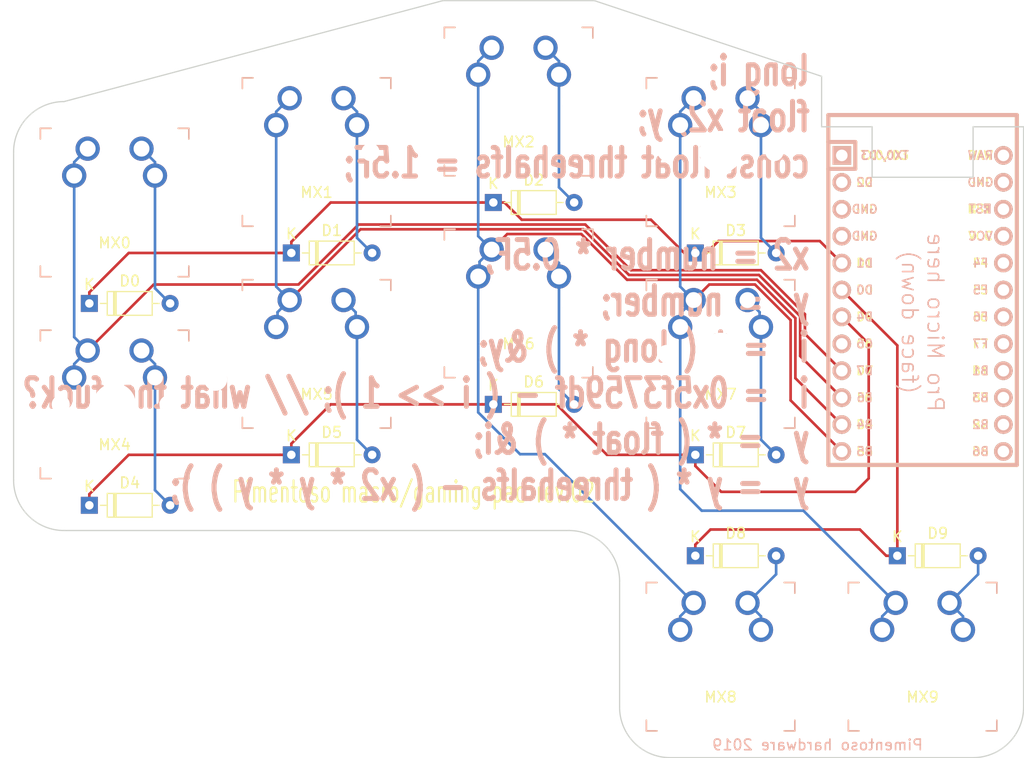
<source format=kicad_pcb>
(kicad_pcb (version 20171130) (host pcbnew "(5.1.0-0)")

  (general
    (thickness 1.6)
    (drawings 24)
    (tracks 152)
    (zones 0)
    (modules 26)
    (nets 35)
  )

  (page A4)
  (layers
    (0 F.Cu signal)
    (31 B.Cu signal)
    (32 B.Adhes user)
    (33 F.Adhes user)
    (34 B.Paste user)
    (35 F.Paste user)
    (36 B.SilkS user)
    (37 F.SilkS user)
    (38 B.Mask user)
    (39 F.Mask user)
    (40 Dwgs.User user)
    (41 Cmts.User user)
    (42 Eco1.User user hide)
    (43 Eco2.User user)
    (44 Edge.Cuts user)
    (45 Margin user)
    (46 B.CrtYd user)
    (47 F.CrtYd user)
    (48 B.Fab user)
    (49 F.Fab user)
  )

  (setup
    (last_trace_width 0.25)
    (trace_clearance 0.2)
    (zone_clearance 0.508)
    (zone_45_only no)
    (trace_min 0.2)
    (via_size 0.8)
    (via_drill 0.4)
    (via_min_size 0.4)
    (via_min_drill 0.3)
    (uvia_size 0.3)
    (uvia_drill 0.1)
    (uvias_allowed no)
    (uvia_min_size 0.2)
    (uvia_min_drill 0.1)
    (edge_width 0.12)
    (segment_width 0.12)
    (pcb_text_width 0.3)
    (pcb_text_size 1.5 1.5)
    (mod_edge_width 0.12)
    (mod_text_size 1 1)
    (mod_text_width 0.15)
    (pad_size 1.524 1.524)
    (pad_drill 0.762)
    (pad_to_mask_clearance 0.051)
    (solder_mask_min_width 0.25)
    (aux_axis_origin 0 0)
    (visible_elements FFFFFF7F)
    (pcbplotparams
      (layerselection 0x010fc_ffffffff)
      (usegerberextensions true)
      (usegerberattributes false)
      (usegerberadvancedattributes false)
      (creategerberjobfile false)
      (excludeedgelayer true)
      (linewidth 0.100000)
      (plotframeref false)
      (viasonmask false)
      (mode 1)
      (useauxorigin false)
      (hpglpennumber 1)
      (hpglpenspeed 20)
      (hpglpendiameter 15.000000)
      (psnegative false)
      (psa4output false)
      (plotreference true)
      (plotvalue true)
      (plotinvisibletext false)
      (padsonsilk false)
      (subtractmaskfromsilk true)
      (outputformat 1)
      (mirror false)
      (drillshape 0)
      (scaleselection 1)
      (outputdirectory "gerber/"))
  )

  (net 0 "")
  (net 1 COL2)
  (net 2 COL3)
  (net 3 COL0)
  (net 4 COL1)
  (net 5 ROW0)
  (net 6 ROW1)
  (net 7 ROW2)
  (net 8 "Net-(ProMicro1-Pad13)")
  (net 9 "Net-(ProMicro1-Pad14)")
  (net 10 "Net-(ProMicro1-Pad15)")
  (net 11 "Net-(ProMicro1-Pad16)")
  (net 12 "Net-(ProMicro1-Pad22)")
  (net 13 "Net-(ProMicro1-Pad24)")
  (net 14 "Net-(ProMicro1-Pad8)")
  (net 15 "Net-(ProMicro1-Pad2)")
  (net 16 "Net-(ProMicro1-Pad1)")
  (net 17 "Net-(ProMicro1-Pad17)")
  (net 18 "Net-(ProMicro1-Pad18)")
  (net 19 "Net-(ProMicro1-Pad19)")
  (net 20 "Net-(ProMicro1-Pad20)")
  (net 21 VCC)
  (net 22 GND)
  (net 23 "Net-(D0-Pad2)")
  (net 24 "Net-(D1-Pad2)")
  (net 25 "Net-(D2-Pad2)")
  (net 26 "Net-(D3-Pad2)")
  (net 27 "Net-(D4-Pad2)")
  (net 28 "Net-(D5-Pad2)")
  (net 29 "Net-(D6-Pad2)")
  (net 30 "Net-(D7-Pad2)")
  (net 31 "Net-(D8-Pad2)")
  (net 32 "Net-(D9-Pad2)")
  (net 33 "Net-(ProMicro1-Pad4)")
  (net 34 "Net-(ProMicro1-Pad3)")

  (net_class Default "This is the default net class."
    (clearance 0.2)
    (trace_width 0.25)
    (via_dia 0.8)
    (via_drill 0.4)
    (uvia_dia 0.3)
    (uvia_drill 0.1)
    (add_net COL0)
    (add_net COL1)
    (add_net COL2)
    (add_net COL3)
    (add_net GND)
    (add_net "Net-(D0-Pad2)")
    (add_net "Net-(D1-Pad2)")
    (add_net "Net-(D2-Pad2)")
    (add_net "Net-(D3-Pad2)")
    (add_net "Net-(D4-Pad2)")
    (add_net "Net-(D5-Pad2)")
    (add_net "Net-(D6-Pad2)")
    (add_net "Net-(D7-Pad2)")
    (add_net "Net-(D8-Pad2)")
    (add_net "Net-(D9-Pad2)")
    (add_net "Net-(ProMicro1-Pad1)")
    (add_net "Net-(ProMicro1-Pad13)")
    (add_net "Net-(ProMicro1-Pad14)")
    (add_net "Net-(ProMicro1-Pad15)")
    (add_net "Net-(ProMicro1-Pad16)")
    (add_net "Net-(ProMicro1-Pad17)")
    (add_net "Net-(ProMicro1-Pad18)")
    (add_net "Net-(ProMicro1-Pad19)")
    (add_net "Net-(ProMicro1-Pad2)")
    (add_net "Net-(ProMicro1-Pad20)")
    (add_net "Net-(ProMicro1-Pad22)")
    (add_net "Net-(ProMicro1-Pad24)")
    (add_net "Net-(ProMicro1-Pad3)")
    (add_net "Net-(ProMicro1-Pad4)")
    (add_net "Net-(ProMicro1-Pad8)")
    (add_net ROW0)
    (add_net ROW1)
    (add_net ROW2)
    (add_net VCC)
  )

  (module keyswitches:MX_reversible (layer F.Cu) (tedit 5D0508E0) (tstamp 5D0E3DA6)
    (at 152.4 71.4375)
    (descr "MX-style keyswitch, reversible")
    (tags MX,cherry,gateron,kailh)
    (path /5D11BEED)
    (fp_text reference MX9 (at 0 3.81) (layer F.SilkS)
      (effects (font (size 1 1) (thickness 0.15)))
    )
    (fp_text value MX-NoLED (at 0 -3.048) (layer F.Fab)
      (effects (font (size 1 1) (thickness 0.15)))
    )
    (fp_line (start -7 -7) (end -6 -7) (layer B.SilkS) (width 0.15))
    (fp_line (start -7 -6) (end -7 -7) (layer F.SilkS) (width 0.15))
    (fp_line (start 6 -7) (end 7 -7) (layer B.SilkS) (width 0.15))
    (fp_line (start 7 -7) (end 7 -6) (layer B.SilkS) (width 0.15))
    (fp_line (start 7 7) (end 6 7) (layer B.SilkS) (width 0.15))
    (fp_line (start 7 6) (end 7 7) (layer B.SilkS) (width 0.15))
    (fp_line (start -7 7) (end -7 6) (layer F.SilkS) (width 0.15))
    (fp_line (start -6 7) (end -7 7) (layer B.SilkS) (width 0.15))
    (fp_line (start -7.5 7.5) (end -7.5 -7.5) (layer Eco2.User) (width 0.15))
    (fp_line (start 7.5 7.5) (end -7.5 7.5) (layer Eco2.User) (width 0.15))
    (fp_line (start 7.5 -7.5) (end 7.5 7.5) (layer Eco2.User) (width 0.15))
    (fp_line (start -7.5 -7.5) (end 7.5 -7.5) (layer Eco2.User) (width 0.15))
    (fp_line (start -6.9 6.9) (end -6.9 -6.9) (layer Eco2.User) (width 0.15))
    (fp_line (start 6.9 -6.9) (end 6.9 6.9) (layer Eco2.User) (width 0.15))
    (fp_line (start 6.9 -6.9) (end -6.9 -6.9) (layer Eco2.User) (width 0.15))
    (fp_line (start -6.9 6.9) (end 6.9 6.9) (layer Eco2.User) (width 0.15))
    (fp_line (start 7 -7) (end 7 -6) (layer F.SilkS) (width 0.15))
    (fp_line (start 6 -7) (end 7 -7) (layer F.SilkS) (width 0.15))
    (fp_line (start 7 7) (end 6 7) (layer F.SilkS) (width 0.15))
    (fp_line (start 7 6) (end 7 7) (layer F.SilkS) (width 0.15))
    (fp_line (start -7 7) (end -7 6) (layer B.SilkS) (width 0.15))
    (fp_line (start -6 7) (end -7 7) (layer F.SilkS) (width 0.15))
    (fp_line (start -7 -7) (end -6 -7) (layer F.SilkS) (width 0.15))
    (fp_line (start -7 -6) (end -7 -7) (layer B.SilkS) (width 0.15))
    (pad "" np_thru_hole circle (at -5.08 0) (size 1.7018 1.7018) (drill 1.7018) (layers *.Cu *.Mask))
    (pad "" np_thru_hole circle (at 5.08 0) (size 1.7018 1.7018) (drill 1.7018) (layers *.Cu *.Mask))
    (pad 1 thru_hole circle (at -3.81 -2.54) (size 2.286 2.286) (drill 1.4986) (layers *.Cu *.Mask)
      (net 2 COL3))
    (pad "" np_thru_hole circle (at 0 0) (size 3.9878 3.9878) (drill 3.9878) (layers *.Cu *.Mask))
    (pad 2 thru_hole circle (at 2.54 -5.08) (size 2.286 2.286) (drill 1.4986) (layers *.Cu *.Mask)
      (net 32 "Net-(D9-Pad2)"))
    (pad 1 thru_hole circle (at -2.54 -5.08) (size 2.286 2.286) (drill 1.4986) (layers *.Cu *.Mask)
      (net 2 COL3))
    (pad 2 thru_hole circle (at 3.81 -2.54) (size 2.286 2.286) (drill 1.4986) (layers *.Cu *.Mask)
      (net 32 "Net-(D9-Pad2)"))
  )

  (module keyswitches:MX_reversible (layer F.Cu) (tedit 5D0508E0) (tstamp 5D0E3D83)
    (at 133.35 71.4375)
    (descr "MX-style keyswitch, reversible")
    (tags MX,cherry,gateron,kailh)
    (path /5D11B6C4)
    (fp_text reference MX8 (at 0 3.81) (layer F.SilkS)
      (effects (font (size 1 1) (thickness 0.15)))
    )
    (fp_text value MX-NoLED (at 0 -3.048) (layer F.Fab)
      (effects (font (size 1 1) (thickness 0.15)))
    )
    (fp_line (start -7 -7) (end -6 -7) (layer B.SilkS) (width 0.15))
    (fp_line (start -7 -6) (end -7 -7) (layer F.SilkS) (width 0.15))
    (fp_line (start 6 -7) (end 7 -7) (layer B.SilkS) (width 0.15))
    (fp_line (start 7 -7) (end 7 -6) (layer B.SilkS) (width 0.15))
    (fp_line (start 7 7) (end 6 7) (layer B.SilkS) (width 0.15))
    (fp_line (start 7 6) (end 7 7) (layer B.SilkS) (width 0.15))
    (fp_line (start -7 7) (end -7 6) (layer F.SilkS) (width 0.15))
    (fp_line (start -6 7) (end -7 7) (layer B.SilkS) (width 0.15))
    (fp_line (start -7.5 7.5) (end -7.5 -7.5) (layer Eco2.User) (width 0.15))
    (fp_line (start 7.5 7.5) (end -7.5 7.5) (layer Eco2.User) (width 0.15))
    (fp_line (start 7.5 -7.5) (end 7.5 7.5) (layer Eco2.User) (width 0.15))
    (fp_line (start -7.5 -7.5) (end 7.5 -7.5) (layer Eco2.User) (width 0.15))
    (fp_line (start -6.9 6.9) (end -6.9 -6.9) (layer Eco2.User) (width 0.15))
    (fp_line (start 6.9 -6.9) (end 6.9 6.9) (layer Eco2.User) (width 0.15))
    (fp_line (start 6.9 -6.9) (end -6.9 -6.9) (layer Eco2.User) (width 0.15))
    (fp_line (start -6.9 6.9) (end 6.9 6.9) (layer Eco2.User) (width 0.15))
    (fp_line (start 7 -7) (end 7 -6) (layer F.SilkS) (width 0.15))
    (fp_line (start 6 -7) (end 7 -7) (layer F.SilkS) (width 0.15))
    (fp_line (start 7 7) (end 6 7) (layer F.SilkS) (width 0.15))
    (fp_line (start 7 6) (end 7 7) (layer F.SilkS) (width 0.15))
    (fp_line (start -7 7) (end -7 6) (layer B.SilkS) (width 0.15))
    (fp_line (start -6 7) (end -7 7) (layer F.SilkS) (width 0.15))
    (fp_line (start -7 -7) (end -6 -7) (layer F.SilkS) (width 0.15))
    (fp_line (start -7 -6) (end -7 -7) (layer B.SilkS) (width 0.15))
    (pad "" np_thru_hole circle (at -5.08 0) (size 1.7018 1.7018) (drill 1.7018) (layers *.Cu *.Mask))
    (pad "" np_thru_hole circle (at 5.08 0) (size 1.7018 1.7018) (drill 1.7018) (layers *.Cu *.Mask))
    (pad 1 thru_hole circle (at -3.81 -2.54) (size 2.286 2.286) (drill 1.4986) (layers *.Cu *.Mask)
      (net 1 COL2))
    (pad "" np_thru_hole circle (at 0 0) (size 3.9878 3.9878) (drill 3.9878) (layers *.Cu *.Mask))
    (pad 2 thru_hole circle (at 2.54 -5.08) (size 2.286 2.286) (drill 1.4986) (layers *.Cu *.Mask)
      (net 31 "Net-(D8-Pad2)"))
    (pad 1 thru_hole circle (at -2.54 -5.08) (size 2.286 2.286) (drill 1.4986) (layers *.Cu *.Mask)
      (net 1 COL2))
    (pad 2 thru_hole circle (at 3.81 -2.54) (size 2.286 2.286) (drill 1.4986) (layers *.Cu *.Mask)
      (net 31 "Net-(D8-Pad2)"))
  )

  (module keyswitches:MX_reversible (layer F.Cu) (tedit 5D0508E0) (tstamp 5D0E3D60)
    (at 133.35 42.8625)
    (descr "MX-style keyswitch, reversible")
    (tags MX,cherry,gateron,kailh)
    (path /5D11B373)
    (fp_text reference MX7 (at 0 3.81) (layer F.SilkS)
      (effects (font (size 1 1) (thickness 0.15)))
    )
    (fp_text value MX-NoLED (at 0 -3.048) (layer F.Fab)
      (effects (font (size 1 1) (thickness 0.15)))
    )
    (fp_line (start -7 -7) (end -6 -7) (layer B.SilkS) (width 0.15))
    (fp_line (start -7 -6) (end -7 -7) (layer F.SilkS) (width 0.15))
    (fp_line (start 6 -7) (end 7 -7) (layer B.SilkS) (width 0.15))
    (fp_line (start 7 -7) (end 7 -6) (layer B.SilkS) (width 0.15))
    (fp_line (start 7 7) (end 6 7) (layer B.SilkS) (width 0.15))
    (fp_line (start 7 6) (end 7 7) (layer B.SilkS) (width 0.15))
    (fp_line (start -7 7) (end -7 6) (layer F.SilkS) (width 0.15))
    (fp_line (start -6 7) (end -7 7) (layer B.SilkS) (width 0.15))
    (fp_line (start -7.5 7.5) (end -7.5 -7.5) (layer Eco2.User) (width 0.15))
    (fp_line (start 7.5 7.5) (end -7.5 7.5) (layer Eco2.User) (width 0.15))
    (fp_line (start 7.5 -7.5) (end 7.5 7.5) (layer Eco2.User) (width 0.15))
    (fp_line (start -7.5 -7.5) (end 7.5 -7.5) (layer Eco2.User) (width 0.15))
    (fp_line (start -6.9 6.9) (end -6.9 -6.9) (layer Eco2.User) (width 0.15))
    (fp_line (start 6.9 -6.9) (end 6.9 6.9) (layer Eco2.User) (width 0.15))
    (fp_line (start 6.9 -6.9) (end -6.9 -6.9) (layer Eco2.User) (width 0.15))
    (fp_line (start -6.9 6.9) (end 6.9 6.9) (layer Eco2.User) (width 0.15))
    (fp_line (start 7 -7) (end 7 -6) (layer F.SilkS) (width 0.15))
    (fp_line (start 6 -7) (end 7 -7) (layer F.SilkS) (width 0.15))
    (fp_line (start 7 7) (end 6 7) (layer F.SilkS) (width 0.15))
    (fp_line (start 7 6) (end 7 7) (layer F.SilkS) (width 0.15))
    (fp_line (start -7 7) (end -7 6) (layer B.SilkS) (width 0.15))
    (fp_line (start -6 7) (end -7 7) (layer F.SilkS) (width 0.15))
    (fp_line (start -7 -7) (end -6 -7) (layer F.SilkS) (width 0.15))
    (fp_line (start -7 -6) (end -7 -7) (layer B.SilkS) (width 0.15))
    (pad "" np_thru_hole circle (at -5.08 0) (size 1.7018 1.7018) (drill 1.7018) (layers *.Cu *.Mask))
    (pad "" np_thru_hole circle (at 5.08 0) (size 1.7018 1.7018) (drill 1.7018) (layers *.Cu *.Mask))
    (pad 1 thru_hole circle (at -3.81 -2.54) (size 2.286 2.286) (drill 1.4986) (layers *.Cu *.Mask)
      (net 2 COL3))
    (pad "" np_thru_hole circle (at 0 0) (size 3.9878 3.9878) (drill 3.9878) (layers *.Cu *.Mask))
    (pad 2 thru_hole circle (at 2.54 -5.08) (size 2.286 2.286) (drill 1.4986) (layers *.Cu *.Mask)
      (net 30 "Net-(D7-Pad2)"))
    (pad 1 thru_hole circle (at -2.54 -5.08) (size 2.286 2.286) (drill 1.4986) (layers *.Cu *.Mask)
      (net 2 COL3))
    (pad 2 thru_hole circle (at 3.81 -2.54) (size 2.286 2.286) (drill 1.4986) (layers *.Cu *.Mask)
      (net 30 "Net-(D7-Pad2)"))
  )

  (module keyswitches:MX_reversible (layer F.Cu) (tedit 5D0508E0) (tstamp 5D0E3D3D)
    (at 114.3 38.1)
    (descr "MX-style keyswitch, reversible")
    (tags MX,cherry,gateron,kailh)
    (path /5D11B01D)
    (fp_text reference MX6 (at 0 3.81) (layer F.SilkS)
      (effects (font (size 1 1) (thickness 0.15)))
    )
    (fp_text value MX-NoLED (at 0 -3.048) (layer F.Fab)
      (effects (font (size 1 1) (thickness 0.15)))
    )
    (fp_line (start -7 -7) (end -6 -7) (layer B.SilkS) (width 0.15))
    (fp_line (start -7 -6) (end -7 -7) (layer F.SilkS) (width 0.15))
    (fp_line (start 6 -7) (end 7 -7) (layer B.SilkS) (width 0.15))
    (fp_line (start 7 -7) (end 7 -6) (layer B.SilkS) (width 0.15))
    (fp_line (start 7 7) (end 6 7) (layer B.SilkS) (width 0.15))
    (fp_line (start 7 6) (end 7 7) (layer B.SilkS) (width 0.15))
    (fp_line (start -7 7) (end -7 6) (layer F.SilkS) (width 0.15))
    (fp_line (start -6 7) (end -7 7) (layer B.SilkS) (width 0.15))
    (fp_line (start -7.5 7.5) (end -7.5 -7.5) (layer Eco2.User) (width 0.15))
    (fp_line (start 7.5 7.5) (end -7.5 7.5) (layer Eco2.User) (width 0.15))
    (fp_line (start 7.5 -7.5) (end 7.5 7.5) (layer Eco2.User) (width 0.15))
    (fp_line (start -7.5 -7.5) (end 7.5 -7.5) (layer Eco2.User) (width 0.15))
    (fp_line (start -6.9 6.9) (end -6.9 -6.9) (layer Eco2.User) (width 0.15))
    (fp_line (start 6.9 -6.9) (end 6.9 6.9) (layer Eco2.User) (width 0.15))
    (fp_line (start 6.9 -6.9) (end -6.9 -6.9) (layer Eco2.User) (width 0.15))
    (fp_line (start -6.9 6.9) (end 6.9 6.9) (layer Eco2.User) (width 0.15))
    (fp_line (start 7 -7) (end 7 -6) (layer F.SilkS) (width 0.15))
    (fp_line (start 6 -7) (end 7 -7) (layer F.SilkS) (width 0.15))
    (fp_line (start 7 7) (end 6 7) (layer F.SilkS) (width 0.15))
    (fp_line (start 7 6) (end 7 7) (layer F.SilkS) (width 0.15))
    (fp_line (start -7 7) (end -7 6) (layer B.SilkS) (width 0.15))
    (fp_line (start -6 7) (end -7 7) (layer F.SilkS) (width 0.15))
    (fp_line (start -7 -7) (end -6 -7) (layer F.SilkS) (width 0.15))
    (fp_line (start -7 -6) (end -7 -7) (layer B.SilkS) (width 0.15))
    (pad "" np_thru_hole circle (at -5.08 0) (size 1.7018 1.7018) (drill 1.7018) (layers *.Cu *.Mask))
    (pad "" np_thru_hole circle (at 5.08 0) (size 1.7018 1.7018) (drill 1.7018) (layers *.Cu *.Mask))
    (pad 1 thru_hole circle (at -3.81 -2.54) (size 2.286 2.286) (drill 1.4986) (layers *.Cu *.Mask)
      (net 1 COL2))
    (pad "" np_thru_hole circle (at 0 0) (size 3.9878 3.9878) (drill 3.9878) (layers *.Cu *.Mask))
    (pad 2 thru_hole circle (at 2.54 -5.08) (size 2.286 2.286) (drill 1.4986) (layers *.Cu *.Mask)
      (net 29 "Net-(D6-Pad2)"))
    (pad 1 thru_hole circle (at -2.54 -5.08) (size 2.286 2.286) (drill 1.4986) (layers *.Cu *.Mask)
      (net 1 COL2))
    (pad 2 thru_hole circle (at 3.81 -2.54) (size 2.286 2.286) (drill 1.4986) (layers *.Cu *.Mask)
      (net 29 "Net-(D6-Pad2)"))
  )

  (module keyswitches:MX_reversible (layer F.Cu) (tedit 5D0508E0) (tstamp 5D0E3D1A)
    (at 95.25 42.8625)
    (descr "MX-style keyswitch, reversible")
    (tags MX,cherry,gateron,kailh)
    (path /5D11ACF4)
    (fp_text reference MX5 (at 0 3.81) (layer F.SilkS)
      (effects (font (size 1 1) (thickness 0.15)))
    )
    (fp_text value MX-NoLED (at 0 -3.048) (layer F.Fab)
      (effects (font (size 1 1) (thickness 0.15)))
    )
    (fp_line (start -7 -7) (end -6 -7) (layer B.SilkS) (width 0.15))
    (fp_line (start -7 -6) (end -7 -7) (layer F.SilkS) (width 0.15))
    (fp_line (start 6 -7) (end 7 -7) (layer B.SilkS) (width 0.15))
    (fp_line (start 7 -7) (end 7 -6) (layer B.SilkS) (width 0.15))
    (fp_line (start 7 7) (end 6 7) (layer B.SilkS) (width 0.15))
    (fp_line (start 7 6) (end 7 7) (layer B.SilkS) (width 0.15))
    (fp_line (start -7 7) (end -7 6) (layer F.SilkS) (width 0.15))
    (fp_line (start -6 7) (end -7 7) (layer B.SilkS) (width 0.15))
    (fp_line (start -7.5 7.5) (end -7.5 -7.5) (layer Eco2.User) (width 0.15))
    (fp_line (start 7.5 7.5) (end -7.5 7.5) (layer Eco2.User) (width 0.15))
    (fp_line (start 7.5 -7.5) (end 7.5 7.5) (layer Eco2.User) (width 0.15))
    (fp_line (start -7.5 -7.5) (end 7.5 -7.5) (layer Eco2.User) (width 0.15))
    (fp_line (start -6.9 6.9) (end -6.9 -6.9) (layer Eco2.User) (width 0.15))
    (fp_line (start 6.9 -6.9) (end 6.9 6.9) (layer Eco2.User) (width 0.15))
    (fp_line (start 6.9 -6.9) (end -6.9 -6.9) (layer Eco2.User) (width 0.15))
    (fp_line (start -6.9 6.9) (end 6.9 6.9) (layer Eco2.User) (width 0.15))
    (fp_line (start 7 -7) (end 7 -6) (layer F.SilkS) (width 0.15))
    (fp_line (start 6 -7) (end 7 -7) (layer F.SilkS) (width 0.15))
    (fp_line (start 7 7) (end 6 7) (layer F.SilkS) (width 0.15))
    (fp_line (start 7 6) (end 7 7) (layer F.SilkS) (width 0.15))
    (fp_line (start -7 7) (end -7 6) (layer B.SilkS) (width 0.15))
    (fp_line (start -6 7) (end -7 7) (layer F.SilkS) (width 0.15))
    (fp_line (start -7 -7) (end -6 -7) (layer F.SilkS) (width 0.15))
    (fp_line (start -7 -6) (end -7 -7) (layer B.SilkS) (width 0.15))
    (pad "" np_thru_hole circle (at -5.08 0) (size 1.7018 1.7018) (drill 1.7018) (layers *.Cu *.Mask))
    (pad "" np_thru_hole circle (at 5.08 0) (size 1.7018 1.7018) (drill 1.7018) (layers *.Cu *.Mask))
    (pad 1 thru_hole circle (at -3.81 -2.54) (size 2.286 2.286) (drill 1.4986) (layers *.Cu *.Mask)
      (net 4 COL1))
    (pad "" np_thru_hole circle (at 0 0) (size 3.9878 3.9878) (drill 3.9878) (layers *.Cu *.Mask))
    (pad 2 thru_hole circle (at 2.54 -5.08) (size 2.286 2.286) (drill 1.4986) (layers *.Cu *.Mask)
      (net 28 "Net-(D5-Pad2)"))
    (pad 1 thru_hole circle (at -2.54 -5.08) (size 2.286 2.286) (drill 1.4986) (layers *.Cu *.Mask)
      (net 4 COL1))
    (pad 2 thru_hole circle (at 3.81 -2.54) (size 2.286 2.286) (drill 1.4986) (layers *.Cu *.Mask)
      (net 28 "Net-(D5-Pad2)"))
  )

  (module keyswitches:MX_reversible (layer F.Cu) (tedit 5D0508E0) (tstamp 5D0E3CF7)
    (at 76.2 47.625)
    (descr "MX-style keyswitch, reversible")
    (tags MX,cherry,gateron,kailh)
    (path /5D11A6DD)
    (fp_text reference MX4 (at 0 3.81) (layer F.SilkS)
      (effects (font (size 1 1) (thickness 0.15)))
    )
    (fp_text value MX-NoLED (at 0 -3.048) (layer F.Fab)
      (effects (font (size 1 1) (thickness 0.15)))
    )
    (fp_line (start -7 -7) (end -6 -7) (layer B.SilkS) (width 0.15))
    (fp_line (start -7 -6) (end -7 -7) (layer F.SilkS) (width 0.15))
    (fp_line (start 6 -7) (end 7 -7) (layer B.SilkS) (width 0.15))
    (fp_line (start 7 -7) (end 7 -6) (layer B.SilkS) (width 0.15))
    (fp_line (start 7 7) (end 6 7) (layer B.SilkS) (width 0.15))
    (fp_line (start 7 6) (end 7 7) (layer B.SilkS) (width 0.15))
    (fp_line (start -7 7) (end -7 6) (layer F.SilkS) (width 0.15))
    (fp_line (start -6 7) (end -7 7) (layer B.SilkS) (width 0.15))
    (fp_line (start -7.5 7.5) (end -7.5 -7.5) (layer Eco2.User) (width 0.15))
    (fp_line (start 7.5 7.5) (end -7.5 7.5) (layer Eco2.User) (width 0.15))
    (fp_line (start 7.5 -7.5) (end 7.5 7.5) (layer Eco2.User) (width 0.15))
    (fp_line (start -7.5 -7.5) (end 7.5 -7.5) (layer Eco2.User) (width 0.15))
    (fp_line (start -6.9 6.9) (end -6.9 -6.9) (layer Eco2.User) (width 0.15))
    (fp_line (start 6.9 -6.9) (end 6.9 6.9) (layer Eco2.User) (width 0.15))
    (fp_line (start 6.9 -6.9) (end -6.9 -6.9) (layer Eco2.User) (width 0.15))
    (fp_line (start -6.9 6.9) (end 6.9 6.9) (layer Eco2.User) (width 0.15))
    (fp_line (start 7 -7) (end 7 -6) (layer F.SilkS) (width 0.15))
    (fp_line (start 6 -7) (end 7 -7) (layer F.SilkS) (width 0.15))
    (fp_line (start 7 7) (end 6 7) (layer F.SilkS) (width 0.15))
    (fp_line (start 7 6) (end 7 7) (layer F.SilkS) (width 0.15))
    (fp_line (start -7 7) (end -7 6) (layer B.SilkS) (width 0.15))
    (fp_line (start -6 7) (end -7 7) (layer F.SilkS) (width 0.15))
    (fp_line (start -7 -7) (end -6 -7) (layer F.SilkS) (width 0.15))
    (fp_line (start -7 -6) (end -7 -7) (layer B.SilkS) (width 0.15))
    (pad "" np_thru_hole circle (at -5.08 0) (size 1.7018 1.7018) (drill 1.7018) (layers *.Cu *.Mask))
    (pad "" np_thru_hole circle (at 5.08 0) (size 1.7018 1.7018) (drill 1.7018) (layers *.Cu *.Mask))
    (pad 1 thru_hole circle (at -3.81 -2.54) (size 2.286 2.286) (drill 1.4986) (layers *.Cu *.Mask)
      (net 3 COL0))
    (pad "" np_thru_hole circle (at 0 0) (size 3.9878 3.9878) (drill 3.9878) (layers *.Cu *.Mask))
    (pad 2 thru_hole circle (at 2.54 -5.08) (size 2.286 2.286) (drill 1.4986) (layers *.Cu *.Mask)
      (net 27 "Net-(D4-Pad2)"))
    (pad 1 thru_hole circle (at -2.54 -5.08) (size 2.286 2.286) (drill 1.4986) (layers *.Cu *.Mask)
      (net 3 COL0))
    (pad 2 thru_hole circle (at 3.81 -2.54) (size 2.286 2.286) (drill 1.4986) (layers *.Cu *.Mask)
      (net 27 "Net-(D4-Pad2)"))
  )

  (module keyswitches:MX_reversible (layer F.Cu) (tedit 5D0508E0) (tstamp 5D0E3CD4)
    (at 133.35 23.8125)
    (descr "MX-style keyswitch, reversible")
    (tags MX,cherry,gateron,kailh)
    (path /5D11A3DC)
    (fp_text reference MX3 (at 0 3.81) (layer F.SilkS)
      (effects (font (size 1 1) (thickness 0.15)))
    )
    (fp_text value MX-NoLED (at 0 -3.048) (layer F.Fab)
      (effects (font (size 1 1) (thickness 0.15)))
    )
    (fp_line (start -7 -7) (end -6 -7) (layer B.SilkS) (width 0.15))
    (fp_line (start -7 -6) (end -7 -7) (layer F.SilkS) (width 0.15))
    (fp_line (start 6 -7) (end 7 -7) (layer B.SilkS) (width 0.15))
    (fp_line (start 7 -7) (end 7 -6) (layer B.SilkS) (width 0.15))
    (fp_line (start 7 7) (end 6 7) (layer B.SilkS) (width 0.15))
    (fp_line (start 7 6) (end 7 7) (layer B.SilkS) (width 0.15))
    (fp_line (start -7 7) (end -7 6) (layer F.SilkS) (width 0.15))
    (fp_line (start -6 7) (end -7 7) (layer B.SilkS) (width 0.15))
    (fp_line (start -7.5 7.5) (end -7.5 -7.5) (layer Eco2.User) (width 0.15))
    (fp_line (start 7.5 7.5) (end -7.5 7.5) (layer Eco2.User) (width 0.15))
    (fp_line (start 7.5 -7.5) (end 7.5 7.5) (layer Eco2.User) (width 0.15))
    (fp_line (start -7.5 -7.5) (end 7.5 -7.5) (layer Eco2.User) (width 0.15))
    (fp_line (start -6.9 6.9) (end -6.9 -6.9) (layer Eco2.User) (width 0.15))
    (fp_line (start 6.9 -6.9) (end 6.9 6.9) (layer Eco2.User) (width 0.15))
    (fp_line (start 6.9 -6.9) (end -6.9 -6.9) (layer Eco2.User) (width 0.15))
    (fp_line (start -6.9 6.9) (end 6.9 6.9) (layer Eco2.User) (width 0.15))
    (fp_line (start 7 -7) (end 7 -6) (layer F.SilkS) (width 0.15))
    (fp_line (start 6 -7) (end 7 -7) (layer F.SilkS) (width 0.15))
    (fp_line (start 7 7) (end 6 7) (layer F.SilkS) (width 0.15))
    (fp_line (start 7 6) (end 7 7) (layer F.SilkS) (width 0.15))
    (fp_line (start -7 7) (end -7 6) (layer B.SilkS) (width 0.15))
    (fp_line (start -6 7) (end -7 7) (layer F.SilkS) (width 0.15))
    (fp_line (start -7 -7) (end -6 -7) (layer F.SilkS) (width 0.15))
    (fp_line (start -7 -6) (end -7 -7) (layer B.SilkS) (width 0.15))
    (pad "" np_thru_hole circle (at -5.08 0) (size 1.7018 1.7018) (drill 1.7018) (layers *.Cu *.Mask))
    (pad "" np_thru_hole circle (at 5.08 0) (size 1.7018 1.7018) (drill 1.7018) (layers *.Cu *.Mask))
    (pad 1 thru_hole circle (at -3.81 -2.54) (size 2.286 2.286) (drill 1.4986) (layers *.Cu *.Mask)
      (net 2 COL3))
    (pad "" np_thru_hole circle (at 0 0) (size 3.9878 3.9878) (drill 3.9878) (layers *.Cu *.Mask))
    (pad 2 thru_hole circle (at 2.54 -5.08) (size 2.286 2.286) (drill 1.4986) (layers *.Cu *.Mask)
      (net 26 "Net-(D3-Pad2)"))
    (pad 1 thru_hole circle (at -2.54 -5.08) (size 2.286 2.286) (drill 1.4986) (layers *.Cu *.Mask)
      (net 2 COL3))
    (pad 2 thru_hole circle (at 3.81 -2.54) (size 2.286 2.286) (drill 1.4986) (layers *.Cu *.Mask)
      (net 26 "Net-(D3-Pad2)"))
  )

  (module keyswitches:MX_reversible (layer F.Cu) (tedit 5D0508E0) (tstamp 5D0E3CB1)
    (at 114.3 19.05)
    (descr "MX-style keyswitch, reversible")
    (tags MX,cherry,gateron,kailh)
    (path /5D1188EE)
    (fp_text reference MX2 (at 0 3.81) (layer F.SilkS)
      (effects (font (size 1 1) (thickness 0.15)))
    )
    (fp_text value MX-NoLED (at 0 -3.048) (layer F.Fab)
      (effects (font (size 1 1) (thickness 0.15)))
    )
    (fp_line (start -7 -7) (end -6 -7) (layer B.SilkS) (width 0.15))
    (fp_line (start -7 -6) (end -7 -7) (layer F.SilkS) (width 0.15))
    (fp_line (start 6 -7) (end 7 -7) (layer B.SilkS) (width 0.15))
    (fp_line (start 7 -7) (end 7 -6) (layer B.SilkS) (width 0.15))
    (fp_line (start 7 7) (end 6 7) (layer B.SilkS) (width 0.15))
    (fp_line (start 7 6) (end 7 7) (layer B.SilkS) (width 0.15))
    (fp_line (start -7 7) (end -7 6) (layer F.SilkS) (width 0.15))
    (fp_line (start -6 7) (end -7 7) (layer B.SilkS) (width 0.15))
    (fp_line (start -7.5 7.5) (end -7.5 -7.5) (layer Eco2.User) (width 0.15))
    (fp_line (start 7.5 7.5) (end -7.5 7.5) (layer Eco2.User) (width 0.15))
    (fp_line (start 7.5 -7.5) (end 7.5 7.5) (layer Eco2.User) (width 0.15))
    (fp_line (start -7.5 -7.5) (end 7.5 -7.5) (layer Eco2.User) (width 0.15))
    (fp_line (start -6.9 6.9) (end -6.9 -6.9) (layer Eco2.User) (width 0.15))
    (fp_line (start 6.9 -6.9) (end 6.9 6.9) (layer Eco2.User) (width 0.15))
    (fp_line (start 6.9 -6.9) (end -6.9 -6.9) (layer Eco2.User) (width 0.15))
    (fp_line (start -6.9 6.9) (end 6.9 6.9) (layer Eco2.User) (width 0.15))
    (fp_line (start 7 -7) (end 7 -6) (layer F.SilkS) (width 0.15))
    (fp_line (start 6 -7) (end 7 -7) (layer F.SilkS) (width 0.15))
    (fp_line (start 7 7) (end 6 7) (layer F.SilkS) (width 0.15))
    (fp_line (start 7 6) (end 7 7) (layer F.SilkS) (width 0.15))
    (fp_line (start -7 7) (end -7 6) (layer B.SilkS) (width 0.15))
    (fp_line (start -6 7) (end -7 7) (layer F.SilkS) (width 0.15))
    (fp_line (start -7 -7) (end -6 -7) (layer F.SilkS) (width 0.15))
    (fp_line (start -7 -6) (end -7 -7) (layer B.SilkS) (width 0.15))
    (pad "" np_thru_hole circle (at -5.08 0) (size 1.7018 1.7018) (drill 1.7018) (layers *.Cu *.Mask))
    (pad "" np_thru_hole circle (at 5.08 0) (size 1.7018 1.7018) (drill 1.7018) (layers *.Cu *.Mask))
    (pad 1 thru_hole circle (at -3.81 -2.54) (size 2.286 2.286) (drill 1.4986) (layers *.Cu *.Mask)
      (net 1 COL2))
    (pad "" np_thru_hole circle (at 0 0) (size 3.9878 3.9878) (drill 3.9878) (layers *.Cu *.Mask))
    (pad 2 thru_hole circle (at 2.54 -5.08) (size 2.286 2.286) (drill 1.4986) (layers *.Cu *.Mask)
      (net 25 "Net-(D2-Pad2)"))
    (pad 1 thru_hole circle (at -2.54 -5.08) (size 2.286 2.286) (drill 1.4986) (layers *.Cu *.Mask)
      (net 1 COL2))
    (pad 2 thru_hole circle (at 3.81 -2.54) (size 2.286 2.286) (drill 1.4986) (layers *.Cu *.Mask)
      (net 25 "Net-(D2-Pad2)"))
  )

  (module keyswitches:MX_reversible (layer F.Cu) (tedit 5D0508E0) (tstamp 5D0E3C8E)
    (at 95.25 23.8125)
    (descr "MX-style keyswitch, reversible")
    (tags MX,cherry,gateron,kailh)
    (path /5D118615)
    (fp_text reference MX1 (at 0 3.81) (layer F.SilkS)
      (effects (font (size 1 1) (thickness 0.15)))
    )
    (fp_text value MX-NoLED (at 0 -3.048) (layer F.Fab)
      (effects (font (size 1 1) (thickness 0.15)))
    )
    (fp_line (start -7 -7) (end -6 -7) (layer B.SilkS) (width 0.15))
    (fp_line (start -7 -6) (end -7 -7) (layer F.SilkS) (width 0.15))
    (fp_line (start 6 -7) (end 7 -7) (layer B.SilkS) (width 0.15))
    (fp_line (start 7 -7) (end 7 -6) (layer B.SilkS) (width 0.15))
    (fp_line (start 7 7) (end 6 7) (layer B.SilkS) (width 0.15))
    (fp_line (start 7 6) (end 7 7) (layer B.SilkS) (width 0.15))
    (fp_line (start -7 7) (end -7 6) (layer F.SilkS) (width 0.15))
    (fp_line (start -6 7) (end -7 7) (layer B.SilkS) (width 0.15))
    (fp_line (start -7.5 7.5) (end -7.5 -7.5) (layer Eco2.User) (width 0.15))
    (fp_line (start 7.5 7.5) (end -7.5 7.5) (layer Eco2.User) (width 0.15))
    (fp_line (start 7.5 -7.5) (end 7.5 7.5) (layer Eco2.User) (width 0.15))
    (fp_line (start -7.5 -7.5) (end 7.5 -7.5) (layer Eco2.User) (width 0.15))
    (fp_line (start -6.9 6.9) (end -6.9 -6.9) (layer Eco2.User) (width 0.15))
    (fp_line (start 6.9 -6.9) (end 6.9 6.9) (layer Eco2.User) (width 0.15))
    (fp_line (start 6.9 -6.9) (end -6.9 -6.9) (layer Eco2.User) (width 0.15))
    (fp_line (start -6.9 6.9) (end 6.9 6.9) (layer Eco2.User) (width 0.15))
    (fp_line (start 7 -7) (end 7 -6) (layer F.SilkS) (width 0.15))
    (fp_line (start 6 -7) (end 7 -7) (layer F.SilkS) (width 0.15))
    (fp_line (start 7 7) (end 6 7) (layer F.SilkS) (width 0.15))
    (fp_line (start 7 6) (end 7 7) (layer F.SilkS) (width 0.15))
    (fp_line (start -7 7) (end -7 6) (layer B.SilkS) (width 0.15))
    (fp_line (start -6 7) (end -7 7) (layer F.SilkS) (width 0.15))
    (fp_line (start -7 -7) (end -6 -7) (layer F.SilkS) (width 0.15))
    (fp_line (start -7 -6) (end -7 -7) (layer B.SilkS) (width 0.15))
    (pad "" np_thru_hole circle (at -5.08 0) (size 1.7018 1.7018) (drill 1.7018) (layers *.Cu *.Mask))
    (pad "" np_thru_hole circle (at 5.08 0) (size 1.7018 1.7018) (drill 1.7018) (layers *.Cu *.Mask))
    (pad 1 thru_hole circle (at -3.81 -2.54) (size 2.286 2.286) (drill 1.4986) (layers *.Cu *.Mask)
      (net 4 COL1))
    (pad "" np_thru_hole circle (at 0 0) (size 3.9878 3.9878) (drill 3.9878) (layers *.Cu *.Mask))
    (pad 2 thru_hole circle (at 2.54 -5.08) (size 2.286 2.286) (drill 1.4986) (layers *.Cu *.Mask)
      (net 24 "Net-(D1-Pad2)"))
    (pad 1 thru_hole circle (at -2.54 -5.08) (size 2.286 2.286) (drill 1.4986) (layers *.Cu *.Mask)
      (net 4 COL1))
    (pad 2 thru_hole circle (at 3.81 -2.54) (size 2.286 2.286) (drill 1.4986) (layers *.Cu *.Mask)
      (net 24 "Net-(D1-Pad2)"))
  )

  (module keyswitches:MX_reversible (layer F.Cu) (tedit 5D0508E0) (tstamp 5D0E3C6B)
    (at 76.2 28.575)
    (descr "MX-style keyswitch, reversible")
    (tags MX,cherry,gateron,kailh)
    (path /5D1172EF)
    (fp_text reference MX0 (at 0 3.81) (layer F.SilkS)
      (effects (font (size 1 1) (thickness 0.15)))
    )
    (fp_text value MX-NoLED (at 0 -3.048) (layer F.Fab)
      (effects (font (size 1 1) (thickness 0.15)))
    )
    (fp_line (start -7 -7) (end -6 -7) (layer B.SilkS) (width 0.15))
    (fp_line (start -7 -6) (end -7 -7) (layer F.SilkS) (width 0.15))
    (fp_line (start 6 -7) (end 7 -7) (layer B.SilkS) (width 0.15))
    (fp_line (start 7 -7) (end 7 -6) (layer B.SilkS) (width 0.15))
    (fp_line (start 7 7) (end 6 7) (layer B.SilkS) (width 0.15))
    (fp_line (start 7 6) (end 7 7) (layer B.SilkS) (width 0.15))
    (fp_line (start -7 7) (end -7 6) (layer F.SilkS) (width 0.15))
    (fp_line (start -6 7) (end -7 7) (layer B.SilkS) (width 0.15))
    (fp_line (start -7.5 7.5) (end -7.5 -7.5) (layer Eco2.User) (width 0.15))
    (fp_line (start 7.5 7.5) (end -7.5 7.5) (layer Eco2.User) (width 0.15))
    (fp_line (start 7.5 -7.5) (end 7.5 7.5) (layer Eco2.User) (width 0.15))
    (fp_line (start -7.5 -7.5) (end 7.5 -7.5) (layer Eco2.User) (width 0.15))
    (fp_line (start -6.9 6.9) (end -6.9 -6.9) (layer Eco2.User) (width 0.15))
    (fp_line (start 6.9 -6.9) (end 6.9 6.9) (layer Eco2.User) (width 0.15))
    (fp_line (start 6.9 -6.9) (end -6.9 -6.9) (layer Eco2.User) (width 0.15))
    (fp_line (start -6.9 6.9) (end 6.9 6.9) (layer Eco2.User) (width 0.15))
    (fp_line (start 7 -7) (end 7 -6) (layer F.SilkS) (width 0.15))
    (fp_line (start 6 -7) (end 7 -7) (layer F.SilkS) (width 0.15))
    (fp_line (start 7 7) (end 6 7) (layer F.SilkS) (width 0.15))
    (fp_line (start 7 6) (end 7 7) (layer F.SilkS) (width 0.15))
    (fp_line (start -7 7) (end -7 6) (layer B.SilkS) (width 0.15))
    (fp_line (start -6 7) (end -7 7) (layer F.SilkS) (width 0.15))
    (fp_line (start -7 -7) (end -6 -7) (layer F.SilkS) (width 0.15))
    (fp_line (start -7 -6) (end -7 -7) (layer B.SilkS) (width 0.15))
    (pad "" np_thru_hole circle (at -5.08 0) (size 1.7018 1.7018) (drill 1.7018) (layers *.Cu *.Mask))
    (pad "" np_thru_hole circle (at 5.08 0) (size 1.7018 1.7018) (drill 1.7018) (layers *.Cu *.Mask))
    (pad 1 thru_hole circle (at -3.81 -2.54) (size 2.286 2.286) (drill 1.4986) (layers *.Cu *.Mask)
      (net 3 COL0))
    (pad "" np_thru_hole circle (at 0 0) (size 3.9878 3.9878) (drill 3.9878) (layers *.Cu *.Mask))
    (pad 2 thru_hole circle (at 2.54 -5.08) (size 2.286 2.286) (drill 1.4986) (layers *.Cu *.Mask)
      (net 23 "Net-(D0-Pad2)"))
    (pad 1 thru_hole circle (at -2.54 -5.08) (size 2.286 2.286) (drill 1.4986) (layers *.Cu *.Mask)
      (net 3 COL0))
    (pad 2 thru_hole circle (at 3.81 -2.54) (size 2.286 2.286) (drill 1.4986) (layers *.Cu *.Mask)
      (net 23 "Net-(D0-Pad2)"))
  )

  (module Diode_THT:D_DO-35_SOD27_P7.62mm_Horizontal (layer F.Cu) (tedit 5AE50CD5) (tstamp 5D0E50C9)
    (at 150.01875 61.9125)
    (descr "Diode, DO-35_SOD27 series, Axial, Horizontal, pin pitch=7.62mm, , length*diameter=4*2mm^2, , http://www.diodes.com/_files/packages/DO-35.pdf")
    (tags "Diode DO-35_SOD27 series Axial Horizontal pin pitch 7.62mm  length 4mm diameter 2mm")
    (path /5D12A37B)
    (fp_text reference D9 (at 3.81 -2.12) (layer F.SilkS)
      (effects (font (size 1 1) (thickness 0.15)))
    )
    (fp_text value 1N4148 (at 3.81 2.12) (layer F.Fab)
      (effects (font (size 1 1) (thickness 0.15)))
    )
    (fp_text user K (at 0 -1.8) (layer F.SilkS)
      (effects (font (size 1 1) (thickness 0.15)))
    )
    (fp_text user K (at 0 -1.8) (layer F.Fab)
      (effects (font (size 1 1) (thickness 0.15)))
    )
    (fp_text user %R (at 4.11 0) (layer F.Fab)
      (effects (font (size 0.8 0.8) (thickness 0.12)))
    )
    (fp_line (start 8.67 -1.25) (end -1.05 -1.25) (layer F.CrtYd) (width 0.05))
    (fp_line (start 8.67 1.25) (end 8.67 -1.25) (layer F.CrtYd) (width 0.05))
    (fp_line (start -1.05 1.25) (end 8.67 1.25) (layer F.CrtYd) (width 0.05))
    (fp_line (start -1.05 -1.25) (end -1.05 1.25) (layer F.CrtYd) (width 0.05))
    (fp_line (start 2.29 -1.12) (end 2.29 1.12) (layer F.SilkS) (width 0.12))
    (fp_line (start 2.53 -1.12) (end 2.53 1.12) (layer F.SilkS) (width 0.12))
    (fp_line (start 2.41 -1.12) (end 2.41 1.12) (layer F.SilkS) (width 0.12))
    (fp_line (start 6.58 0) (end 5.93 0) (layer F.SilkS) (width 0.12))
    (fp_line (start 1.04 0) (end 1.69 0) (layer F.SilkS) (width 0.12))
    (fp_line (start 5.93 -1.12) (end 1.69 -1.12) (layer F.SilkS) (width 0.12))
    (fp_line (start 5.93 1.12) (end 5.93 -1.12) (layer F.SilkS) (width 0.12))
    (fp_line (start 1.69 1.12) (end 5.93 1.12) (layer F.SilkS) (width 0.12))
    (fp_line (start 1.69 -1.12) (end 1.69 1.12) (layer F.SilkS) (width 0.12))
    (fp_line (start 2.31 -1) (end 2.31 1) (layer F.Fab) (width 0.1))
    (fp_line (start 2.51 -1) (end 2.51 1) (layer F.Fab) (width 0.1))
    (fp_line (start 2.41 -1) (end 2.41 1) (layer F.Fab) (width 0.1))
    (fp_line (start 7.62 0) (end 5.81 0) (layer F.Fab) (width 0.1))
    (fp_line (start 0 0) (end 1.81 0) (layer F.Fab) (width 0.1))
    (fp_line (start 5.81 -1) (end 1.81 -1) (layer F.Fab) (width 0.1))
    (fp_line (start 5.81 1) (end 5.81 -1) (layer F.Fab) (width 0.1))
    (fp_line (start 1.81 1) (end 5.81 1) (layer F.Fab) (width 0.1))
    (fp_line (start 1.81 -1) (end 1.81 1) (layer F.Fab) (width 0.1))
    (pad 2 thru_hole oval (at 7.62 0) (size 1.6 1.6) (drill 0.8) (layers *.Cu *.Mask)
      (net 32 "Net-(D9-Pad2)"))
    (pad 1 thru_hole rect (at 0 0) (size 1.6 1.6) (drill 0.8) (layers *.Cu *.Mask)
      (net 7 ROW2))
    (model ${KISYS3DMOD}/Diode_THT.3dshapes/D_DO-35_SOD27_P7.62mm_Horizontal.wrl
      (at (xyz 0 0 0))
      (scale (xyz 1 1 1))
      (rotate (xyz 0 0 0))
    )
  )

  (module Diode_THT:D_DO-35_SOD27_P7.62mm_Horizontal (layer F.Cu) (tedit 5AE50CD5) (tstamp 5D0E3BE3)
    (at 130.96875 61.9125)
    (descr "Diode, DO-35_SOD27 series, Axial, Horizontal, pin pitch=7.62mm, , length*diameter=4*2mm^2, , http://www.diodes.com/_files/packages/DO-35.pdf")
    (tags "Diode DO-35_SOD27 series Axial Horizontal pin pitch 7.62mm  length 4mm diameter 2mm")
    (path /5D12B1D1)
    (fp_text reference D8 (at 3.81 -2.12) (layer F.SilkS)
      (effects (font (size 1 1) (thickness 0.15)))
    )
    (fp_text value 1N4148 (at 3.81 2.12) (layer F.Fab)
      (effects (font (size 1 1) (thickness 0.15)))
    )
    (fp_text user K (at 0 -1.8) (layer F.SilkS)
      (effects (font (size 1 1) (thickness 0.15)))
    )
    (fp_text user K (at 0 -1.8) (layer F.Fab)
      (effects (font (size 1 1) (thickness 0.15)))
    )
    (fp_text user %R (at 4.11 0) (layer F.Fab)
      (effects (font (size 0.8 0.8) (thickness 0.12)))
    )
    (fp_line (start 8.67 -1.25) (end -1.05 -1.25) (layer F.CrtYd) (width 0.05))
    (fp_line (start 8.67 1.25) (end 8.67 -1.25) (layer F.CrtYd) (width 0.05))
    (fp_line (start -1.05 1.25) (end 8.67 1.25) (layer F.CrtYd) (width 0.05))
    (fp_line (start -1.05 -1.25) (end -1.05 1.25) (layer F.CrtYd) (width 0.05))
    (fp_line (start 2.29 -1.12) (end 2.29 1.12) (layer F.SilkS) (width 0.12))
    (fp_line (start 2.53 -1.12) (end 2.53 1.12) (layer F.SilkS) (width 0.12))
    (fp_line (start 2.41 -1.12) (end 2.41 1.12) (layer F.SilkS) (width 0.12))
    (fp_line (start 6.58 0) (end 5.93 0) (layer F.SilkS) (width 0.12))
    (fp_line (start 1.04 0) (end 1.69 0) (layer F.SilkS) (width 0.12))
    (fp_line (start 5.93 -1.12) (end 1.69 -1.12) (layer F.SilkS) (width 0.12))
    (fp_line (start 5.93 1.12) (end 5.93 -1.12) (layer F.SilkS) (width 0.12))
    (fp_line (start 1.69 1.12) (end 5.93 1.12) (layer F.SilkS) (width 0.12))
    (fp_line (start 1.69 -1.12) (end 1.69 1.12) (layer F.SilkS) (width 0.12))
    (fp_line (start 2.31 -1) (end 2.31 1) (layer F.Fab) (width 0.1))
    (fp_line (start 2.51 -1) (end 2.51 1) (layer F.Fab) (width 0.1))
    (fp_line (start 2.41 -1) (end 2.41 1) (layer F.Fab) (width 0.1))
    (fp_line (start 7.62 0) (end 5.81 0) (layer F.Fab) (width 0.1))
    (fp_line (start 0 0) (end 1.81 0) (layer F.Fab) (width 0.1))
    (fp_line (start 5.81 -1) (end 1.81 -1) (layer F.Fab) (width 0.1))
    (fp_line (start 5.81 1) (end 5.81 -1) (layer F.Fab) (width 0.1))
    (fp_line (start 1.81 1) (end 5.81 1) (layer F.Fab) (width 0.1))
    (fp_line (start 1.81 -1) (end 1.81 1) (layer F.Fab) (width 0.1))
    (pad 2 thru_hole oval (at 7.62 0) (size 1.6 1.6) (drill 0.8) (layers *.Cu *.Mask)
      (net 31 "Net-(D8-Pad2)"))
    (pad 1 thru_hole rect (at 0 0) (size 1.6 1.6) (drill 0.8) (layers *.Cu *.Mask)
      (net 7 ROW2))
    (model ${KISYS3DMOD}/Diode_THT.3dshapes/D_DO-35_SOD27_P7.62mm_Horizontal.wrl
      (at (xyz 0 0 0))
      (scale (xyz 1 1 1))
      (rotate (xyz 0 0 0))
    )
  )

  (module Diode_THT:D_DO-35_SOD27_P7.62mm_Horizontal (layer F.Cu) (tedit 5AE50CD5) (tstamp 5D0E3BC4)
    (at 130.96875 52.3875)
    (descr "Diode, DO-35_SOD27 series, Axial, Horizontal, pin pitch=7.62mm, , length*diameter=4*2mm^2, , http://www.diodes.com/_files/packages/DO-35.pdf")
    (tags "Diode DO-35_SOD27 series Axial Horizontal pin pitch 7.62mm  length 4mm diameter 2mm")
    (path /5D129C0C)
    (fp_text reference D7 (at 3.81 -2.12) (layer F.SilkS)
      (effects (font (size 1 1) (thickness 0.15)))
    )
    (fp_text value 1N4148 (at 3.81 2.12) (layer F.Fab)
      (effects (font (size 1 1) (thickness 0.15)))
    )
    (fp_text user K (at 0 -1.8) (layer F.SilkS)
      (effects (font (size 1 1) (thickness 0.15)))
    )
    (fp_text user K (at 0 -1.8) (layer F.Fab)
      (effects (font (size 1 1) (thickness 0.15)))
    )
    (fp_text user %R (at 4.11 0) (layer F.Fab)
      (effects (font (size 0.8 0.8) (thickness 0.12)))
    )
    (fp_line (start 8.67 -1.25) (end -1.05 -1.25) (layer F.CrtYd) (width 0.05))
    (fp_line (start 8.67 1.25) (end 8.67 -1.25) (layer F.CrtYd) (width 0.05))
    (fp_line (start -1.05 1.25) (end 8.67 1.25) (layer F.CrtYd) (width 0.05))
    (fp_line (start -1.05 -1.25) (end -1.05 1.25) (layer F.CrtYd) (width 0.05))
    (fp_line (start 2.29 -1.12) (end 2.29 1.12) (layer F.SilkS) (width 0.12))
    (fp_line (start 2.53 -1.12) (end 2.53 1.12) (layer F.SilkS) (width 0.12))
    (fp_line (start 2.41 -1.12) (end 2.41 1.12) (layer F.SilkS) (width 0.12))
    (fp_line (start 6.58 0) (end 5.93 0) (layer F.SilkS) (width 0.12))
    (fp_line (start 1.04 0) (end 1.69 0) (layer F.SilkS) (width 0.12))
    (fp_line (start 5.93 -1.12) (end 1.69 -1.12) (layer F.SilkS) (width 0.12))
    (fp_line (start 5.93 1.12) (end 5.93 -1.12) (layer F.SilkS) (width 0.12))
    (fp_line (start 1.69 1.12) (end 5.93 1.12) (layer F.SilkS) (width 0.12))
    (fp_line (start 1.69 -1.12) (end 1.69 1.12) (layer F.SilkS) (width 0.12))
    (fp_line (start 2.31 -1) (end 2.31 1) (layer F.Fab) (width 0.1))
    (fp_line (start 2.51 -1) (end 2.51 1) (layer F.Fab) (width 0.1))
    (fp_line (start 2.41 -1) (end 2.41 1) (layer F.Fab) (width 0.1))
    (fp_line (start 7.62 0) (end 5.81 0) (layer F.Fab) (width 0.1))
    (fp_line (start 0 0) (end 1.81 0) (layer F.Fab) (width 0.1))
    (fp_line (start 5.81 -1) (end 1.81 -1) (layer F.Fab) (width 0.1))
    (fp_line (start 5.81 1) (end 5.81 -1) (layer F.Fab) (width 0.1))
    (fp_line (start 1.81 1) (end 5.81 1) (layer F.Fab) (width 0.1))
    (fp_line (start 1.81 -1) (end 1.81 1) (layer F.Fab) (width 0.1))
    (pad 2 thru_hole oval (at 7.62 0) (size 1.6 1.6) (drill 0.8) (layers *.Cu *.Mask)
      (net 30 "Net-(D7-Pad2)"))
    (pad 1 thru_hole rect (at 0 0) (size 1.6 1.6) (drill 0.8) (layers *.Cu *.Mask)
      (net 6 ROW1))
    (model ${KISYS3DMOD}/Diode_THT.3dshapes/D_DO-35_SOD27_P7.62mm_Horizontal.wrl
      (at (xyz 0 0 0))
      (scale (xyz 1 1 1))
      (rotate (xyz 0 0 0))
    )
  )

  (module Diode_THT:D_DO-35_SOD27_P7.62mm_Horizontal (layer F.Cu) (tedit 5AE50CD5) (tstamp 5D0E3BA5)
    (at 111.91875 47.625)
    (descr "Diode, DO-35_SOD27 series, Axial, Horizontal, pin pitch=7.62mm, , length*diameter=4*2mm^2, , http://www.diodes.com/_files/packages/DO-35.pdf")
    (tags "Diode DO-35_SOD27 series Axial Horizontal pin pitch 7.62mm  length 4mm diameter 2mm")
    (path /5D129548)
    (fp_text reference D6 (at 3.81 -2.12) (layer F.SilkS)
      (effects (font (size 1 1) (thickness 0.15)))
    )
    (fp_text value 1N4148 (at 3.81 2.12) (layer F.Fab)
      (effects (font (size 1 1) (thickness 0.15)))
    )
    (fp_text user K (at 0 -1.8) (layer F.SilkS)
      (effects (font (size 1 1) (thickness 0.15)))
    )
    (fp_text user K (at 0 -1.8) (layer F.Fab)
      (effects (font (size 1 1) (thickness 0.15)))
    )
    (fp_text user %R (at 4.11 0) (layer F.Fab)
      (effects (font (size 0.8 0.8) (thickness 0.12)))
    )
    (fp_line (start 8.67 -1.25) (end -1.05 -1.25) (layer F.CrtYd) (width 0.05))
    (fp_line (start 8.67 1.25) (end 8.67 -1.25) (layer F.CrtYd) (width 0.05))
    (fp_line (start -1.05 1.25) (end 8.67 1.25) (layer F.CrtYd) (width 0.05))
    (fp_line (start -1.05 -1.25) (end -1.05 1.25) (layer F.CrtYd) (width 0.05))
    (fp_line (start 2.29 -1.12) (end 2.29 1.12) (layer F.SilkS) (width 0.12))
    (fp_line (start 2.53 -1.12) (end 2.53 1.12) (layer F.SilkS) (width 0.12))
    (fp_line (start 2.41 -1.12) (end 2.41 1.12) (layer F.SilkS) (width 0.12))
    (fp_line (start 6.58 0) (end 5.93 0) (layer F.SilkS) (width 0.12))
    (fp_line (start 1.04 0) (end 1.69 0) (layer F.SilkS) (width 0.12))
    (fp_line (start 5.93 -1.12) (end 1.69 -1.12) (layer F.SilkS) (width 0.12))
    (fp_line (start 5.93 1.12) (end 5.93 -1.12) (layer F.SilkS) (width 0.12))
    (fp_line (start 1.69 1.12) (end 5.93 1.12) (layer F.SilkS) (width 0.12))
    (fp_line (start 1.69 -1.12) (end 1.69 1.12) (layer F.SilkS) (width 0.12))
    (fp_line (start 2.31 -1) (end 2.31 1) (layer F.Fab) (width 0.1))
    (fp_line (start 2.51 -1) (end 2.51 1) (layer F.Fab) (width 0.1))
    (fp_line (start 2.41 -1) (end 2.41 1) (layer F.Fab) (width 0.1))
    (fp_line (start 7.62 0) (end 5.81 0) (layer F.Fab) (width 0.1))
    (fp_line (start 0 0) (end 1.81 0) (layer F.Fab) (width 0.1))
    (fp_line (start 5.81 -1) (end 1.81 -1) (layer F.Fab) (width 0.1))
    (fp_line (start 5.81 1) (end 5.81 -1) (layer F.Fab) (width 0.1))
    (fp_line (start 1.81 1) (end 5.81 1) (layer F.Fab) (width 0.1))
    (fp_line (start 1.81 -1) (end 1.81 1) (layer F.Fab) (width 0.1))
    (pad 2 thru_hole oval (at 7.62 0) (size 1.6 1.6) (drill 0.8) (layers *.Cu *.Mask)
      (net 29 "Net-(D6-Pad2)"))
    (pad 1 thru_hole rect (at 0 0) (size 1.6 1.6) (drill 0.8) (layers *.Cu *.Mask)
      (net 6 ROW1))
    (model ${KISYS3DMOD}/Diode_THT.3dshapes/D_DO-35_SOD27_P7.62mm_Horizontal.wrl
      (at (xyz 0 0 0))
      (scale (xyz 1 1 1))
      (rotate (xyz 0 0 0))
    )
  )

  (module Diode_THT:D_DO-35_SOD27_P7.62mm_Horizontal (layer F.Cu) (tedit 5AE50CD5) (tstamp 5D0E3B86)
    (at 92.86875 52.3875)
    (descr "Diode, DO-35_SOD27 series, Axial, Horizontal, pin pitch=7.62mm, , length*diameter=4*2mm^2, , http://www.diodes.com/_files/packages/DO-35.pdf")
    (tags "Diode DO-35_SOD27 series Axial Horizontal pin pitch 7.62mm  length 4mm diameter 2mm")
    (path /5D128EF6)
    (fp_text reference D5 (at 3.81 -2.12) (layer F.SilkS)
      (effects (font (size 1 1) (thickness 0.15)))
    )
    (fp_text value 1N4148 (at 3.81 2.12) (layer F.Fab)
      (effects (font (size 1 1) (thickness 0.15)))
    )
    (fp_text user K (at 0 -1.8) (layer F.SilkS)
      (effects (font (size 1 1) (thickness 0.15)))
    )
    (fp_text user K (at 0 -1.8) (layer F.Fab)
      (effects (font (size 1 1) (thickness 0.15)))
    )
    (fp_text user %R (at 4.11 0) (layer F.Fab)
      (effects (font (size 0.8 0.8) (thickness 0.12)))
    )
    (fp_line (start 8.67 -1.25) (end -1.05 -1.25) (layer F.CrtYd) (width 0.05))
    (fp_line (start 8.67 1.25) (end 8.67 -1.25) (layer F.CrtYd) (width 0.05))
    (fp_line (start -1.05 1.25) (end 8.67 1.25) (layer F.CrtYd) (width 0.05))
    (fp_line (start -1.05 -1.25) (end -1.05 1.25) (layer F.CrtYd) (width 0.05))
    (fp_line (start 2.29 -1.12) (end 2.29 1.12) (layer F.SilkS) (width 0.12))
    (fp_line (start 2.53 -1.12) (end 2.53 1.12) (layer F.SilkS) (width 0.12))
    (fp_line (start 2.41 -1.12) (end 2.41 1.12) (layer F.SilkS) (width 0.12))
    (fp_line (start 6.58 0) (end 5.93 0) (layer F.SilkS) (width 0.12))
    (fp_line (start 1.04 0) (end 1.69 0) (layer F.SilkS) (width 0.12))
    (fp_line (start 5.93 -1.12) (end 1.69 -1.12) (layer F.SilkS) (width 0.12))
    (fp_line (start 5.93 1.12) (end 5.93 -1.12) (layer F.SilkS) (width 0.12))
    (fp_line (start 1.69 1.12) (end 5.93 1.12) (layer F.SilkS) (width 0.12))
    (fp_line (start 1.69 -1.12) (end 1.69 1.12) (layer F.SilkS) (width 0.12))
    (fp_line (start 2.31 -1) (end 2.31 1) (layer F.Fab) (width 0.1))
    (fp_line (start 2.51 -1) (end 2.51 1) (layer F.Fab) (width 0.1))
    (fp_line (start 2.41 -1) (end 2.41 1) (layer F.Fab) (width 0.1))
    (fp_line (start 7.62 0) (end 5.81 0) (layer F.Fab) (width 0.1))
    (fp_line (start 0 0) (end 1.81 0) (layer F.Fab) (width 0.1))
    (fp_line (start 5.81 -1) (end 1.81 -1) (layer F.Fab) (width 0.1))
    (fp_line (start 5.81 1) (end 5.81 -1) (layer F.Fab) (width 0.1))
    (fp_line (start 1.81 1) (end 5.81 1) (layer F.Fab) (width 0.1))
    (fp_line (start 1.81 -1) (end 1.81 1) (layer F.Fab) (width 0.1))
    (pad 2 thru_hole oval (at 7.62 0) (size 1.6 1.6) (drill 0.8) (layers *.Cu *.Mask)
      (net 28 "Net-(D5-Pad2)"))
    (pad 1 thru_hole rect (at 0 0) (size 1.6 1.6) (drill 0.8) (layers *.Cu *.Mask)
      (net 6 ROW1))
    (model ${KISYS3DMOD}/Diode_THT.3dshapes/D_DO-35_SOD27_P7.62mm_Horizontal.wrl
      (at (xyz 0 0 0))
      (scale (xyz 1 1 1))
      (rotate (xyz 0 0 0))
    )
  )

  (module Diode_THT:D_DO-35_SOD27_P7.62mm_Horizontal (layer F.Cu) (tedit 5AE50CD5) (tstamp 5D0E3B67)
    (at 73.81875 57.15)
    (descr "Diode, DO-35_SOD27 series, Axial, Horizontal, pin pitch=7.62mm, , length*diameter=4*2mm^2, , http://www.diodes.com/_files/packages/DO-35.pdf")
    (tags "Diode DO-35_SOD27 series Axial Horizontal pin pitch 7.62mm  length 4mm diameter 2mm")
    (path /5D128112)
    (fp_text reference D4 (at 3.81 -2.12) (layer F.SilkS)
      (effects (font (size 1 1) (thickness 0.15)))
    )
    (fp_text value 1N4148 (at 3.81 2.12) (layer F.Fab)
      (effects (font (size 1 1) (thickness 0.15)))
    )
    (fp_text user K (at 0 -1.8) (layer F.SilkS)
      (effects (font (size 1 1) (thickness 0.15)))
    )
    (fp_text user K (at 0 -1.8) (layer F.Fab)
      (effects (font (size 1 1) (thickness 0.15)))
    )
    (fp_text user %R (at 4.11 0) (layer F.Fab)
      (effects (font (size 0.8 0.8) (thickness 0.12)))
    )
    (fp_line (start 8.67 -1.25) (end -1.05 -1.25) (layer F.CrtYd) (width 0.05))
    (fp_line (start 8.67 1.25) (end 8.67 -1.25) (layer F.CrtYd) (width 0.05))
    (fp_line (start -1.05 1.25) (end 8.67 1.25) (layer F.CrtYd) (width 0.05))
    (fp_line (start -1.05 -1.25) (end -1.05 1.25) (layer F.CrtYd) (width 0.05))
    (fp_line (start 2.29 -1.12) (end 2.29 1.12) (layer F.SilkS) (width 0.12))
    (fp_line (start 2.53 -1.12) (end 2.53 1.12) (layer F.SilkS) (width 0.12))
    (fp_line (start 2.41 -1.12) (end 2.41 1.12) (layer F.SilkS) (width 0.12))
    (fp_line (start 6.58 0) (end 5.93 0) (layer F.SilkS) (width 0.12))
    (fp_line (start 1.04 0) (end 1.69 0) (layer F.SilkS) (width 0.12))
    (fp_line (start 5.93 -1.12) (end 1.69 -1.12) (layer F.SilkS) (width 0.12))
    (fp_line (start 5.93 1.12) (end 5.93 -1.12) (layer F.SilkS) (width 0.12))
    (fp_line (start 1.69 1.12) (end 5.93 1.12) (layer F.SilkS) (width 0.12))
    (fp_line (start 1.69 -1.12) (end 1.69 1.12) (layer F.SilkS) (width 0.12))
    (fp_line (start 2.31 -1) (end 2.31 1) (layer F.Fab) (width 0.1))
    (fp_line (start 2.51 -1) (end 2.51 1) (layer F.Fab) (width 0.1))
    (fp_line (start 2.41 -1) (end 2.41 1) (layer F.Fab) (width 0.1))
    (fp_line (start 7.62 0) (end 5.81 0) (layer F.Fab) (width 0.1))
    (fp_line (start 0 0) (end 1.81 0) (layer F.Fab) (width 0.1))
    (fp_line (start 5.81 -1) (end 1.81 -1) (layer F.Fab) (width 0.1))
    (fp_line (start 5.81 1) (end 5.81 -1) (layer F.Fab) (width 0.1))
    (fp_line (start 1.81 1) (end 5.81 1) (layer F.Fab) (width 0.1))
    (fp_line (start 1.81 -1) (end 1.81 1) (layer F.Fab) (width 0.1))
    (pad 2 thru_hole oval (at 7.62 0) (size 1.6 1.6) (drill 0.8) (layers *.Cu *.Mask)
      (net 27 "Net-(D4-Pad2)"))
    (pad 1 thru_hole rect (at 0 0) (size 1.6 1.6) (drill 0.8) (layers *.Cu *.Mask)
      (net 6 ROW1))
    (model ${KISYS3DMOD}/Diode_THT.3dshapes/D_DO-35_SOD27_P7.62mm_Horizontal.wrl
      (at (xyz 0 0 0))
      (scale (xyz 1 1 1))
      (rotate (xyz 0 0 0))
    )
  )

  (module Diode_THT:D_DO-35_SOD27_P7.62mm_Horizontal (layer F.Cu) (tedit 5AE50CD5) (tstamp 5D0E3B48)
    (at 130.96875 33.3375)
    (descr "Diode, DO-35_SOD27 series, Axial, Horizontal, pin pitch=7.62mm, , length*diameter=4*2mm^2, , http://www.diodes.com/_files/packages/DO-35.pdf")
    (tags "Diode DO-35_SOD27 series Axial Horizontal pin pitch 7.62mm  length 4mm diameter 2mm")
    (path /5D1279DC)
    (fp_text reference D3 (at 3.81 -2.12) (layer F.SilkS)
      (effects (font (size 1 1) (thickness 0.15)))
    )
    (fp_text value 1N4148 (at 3.81 2.12) (layer F.Fab)
      (effects (font (size 1 1) (thickness 0.15)))
    )
    (fp_text user K (at 0 -1.8) (layer F.SilkS)
      (effects (font (size 1 1) (thickness 0.15)))
    )
    (fp_text user K (at 0 -1.8) (layer F.Fab)
      (effects (font (size 1 1) (thickness 0.15)))
    )
    (fp_text user %R (at 4.11 0) (layer F.Fab)
      (effects (font (size 0.8 0.8) (thickness 0.12)))
    )
    (fp_line (start 8.67 -1.25) (end -1.05 -1.25) (layer F.CrtYd) (width 0.05))
    (fp_line (start 8.67 1.25) (end 8.67 -1.25) (layer F.CrtYd) (width 0.05))
    (fp_line (start -1.05 1.25) (end 8.67 1.25) (layer F.CrtYd) (width 0.05))
    (fp_line (start -1.05 -1.25) (end -1.05 1.25) (layer F.CrtYd) (width 0.05))
    (fp_line (start 2.29 -1.12) (end 2.29 1.12) (layer F.SilkS) (width 0.12))
    (fp_line (start 2.53 -1.12) (end 2.53 1.12) (layer F.SilkS) (width 0.12))
    (fp_line (start 2.41 -1.12) (end 2.41 1.12) (layer F.SilkS) (width 0.12))
    (fp_line (start 6.58 0) (end 5.93 0) (layer F.SilkS) (width 0.12))
    (fp_line (start 1.04 0) (end 1.69 0) (layer F.SilkS) (width 0.12))
    (fp_line (start 5.93 -1.12) (end 1.69 -1.12) (layer F.SilkS) (width 0.12))
    (fp_line (start 5.93 1.12) (end 5.93 -1.12) (layer F.SilkS) (width 0.12))
    (fp_line (start 1.69 1.12) (end 5.93 1.12) (layer F.SilkS) (width 0.12))
    (fp_line (start 1.69 -1.12) (end 1.69 1.12) (layer F.SilkS) (width 0.12))
    (fp_line (start 2.31 -1) (end 2.31 1) (layer F.Fab) (width 0.1))
    (fp_line (start 2.51 -1) (end 2.51 1) (layer F.Fab) (width 0.1))
    (fp_line (start 2.41 -1) (end 2.41 1) (layer F.Fab) (width 0.1))
    (fp_line (start 7.62 0) (end 5.81 0) (layer F.Fab) (width 0.1))
    (fp_line (start 0 0) (end 1.81 0) (layer F.Fab) (width 0.1))
    (fp_line (start 5.81 -1) (end 1.81 -1) (layer F.Fab) (width 0.1))
    (fp_line (start 5.81 1) (end 5.81 -1) (layer F.Fab) (width 0.1))
    (fp_line (start 1.81 1) (end 5.81 1) (layer F.Fab) (width 0.1))
    (fp_line (start 1.81 -1) (end 1.81 1) (layer F.Fab) (width 0.1))
    (pad 2 thru_hole oval (at 7.62 0) (size 1.6 1.6) (drill 0.8) (layers *.Cu *.Mask)
      (net 26 "Net-(D3-Pad2)"))
    (pad 1 thru_hole rect (at 0 0) (size 1.6 1.6) (drill 0.8) (layers *.Cu *.Mask)
      (net 5 ROW0))
    (model ${KISYS3DMOD}/Diode_THT.3dshapes/D_DO-35_SOD27_P7.62mm_Horizontal.wrl
      (at (xyz 0 0 0))
      (scale (xyz 1 1 1))
      (rotate (xyz 0 0 0))
    )
  )

  (module Diode_THT:D_DO-35_SOD27_P7.62mm_Horizontal (layer F.Cu) (tedit 5AE50CD5) (tstamp 5D0E3B29)
    (at 111.91875 28.575)
    (descr "Diode, DO-35_SOD27 series, Axial, Horizontal, pin pitch=7.62mm, , length*diameter=4*2mm^2, , http://www.diodes.com/_files/packages/DO-35.pdf")
    (tags "Diode DO-35_SOD27 series Axial Horizontal pin pitch 7.62mm  length 4mm diameter 2mm")
    (path /5D127189)
    (fp_text reference D2 (at 3.81 -2.12) (layer F.SilkS)
      (effects (font (size 1 1) (thickness 0.15)))
    )
    (fp_text value 1N4148 (at 3.81 2.12) (layer F.Fab)
      (effects (font (size 1 1) (thickness 0.15)))
    )
    (fp_text user K (at 0 -1.8) (layer F.SilkS)
      (effects (font (size 1 1) (thickness 0.15)))
    )
    (fp_text user K (at 0 -1.8) (layer F.Fab)
      (effects (font (size 1 1) (thickness 0.15)))
    )
    (fp_text user %R (at 4.11 0) (layer F.Fab)
      (effects (font (size 0.8 0.8) (thickness 0.12)))
    )
    (fp_line (start 8.67 -1.25) (end -1.05 -1.25) (layer F.CrtYd) (width 0.05))
    (fp_line (start 8.67 1.25) (end 8.67 -1.25) (layer F.CrtYd) (width 0.05))
    (fp_line (start -1.05 1.25) (end 8.67 1.25) (layer F.CrtYd) (width 0.05))
    (fp_line (start -1.05 -1.25) (end -1.05 1.25) (layer F.CrtYd) (width 0.05))
    (fp_line (start 2.29 -1.12) (end 2.29 1.12) (layer F.SilkS) (width 0.12))
    (fp_line (start 2.53 -1.12) (end 2.53 1.12) (layer F.SilkS) (width 0.12))
    (fp_line (start 2.41 -1.12) (end 2.41 1.12) (layer F.SilkS) (width 0.12))
    (fp_line (start 6.58 0) (end 5.93 0) (layer F.SilkS) (width 0.12))
    (fp_line (start 1.04 0) (end 1.69 0) (layer F.SilkS) (width 0.12))
    (fp_line (start 5.93 -1.12) (end 1.69 -1.12) (layer F.SilkS) (width 0.12))
    (fp_line (start 5.93 1.12) (end 5.93 -1.12) (layer F.SilkS) (width 0.12))
    (fp_line (start 1.69 1.12) (end 5.93 1.12) (layer F.SilkS) (width 0.12))
    (fp_line (start 1.69 -1.12) (end 1.69 1.12) (layer F.SilkS) (width 0.12))
    (fp_line (start 2.31 -1) (end 2.31 1) (layer F.Fab) (width 0.1))
    (fp_line (start 2.51 -1) (end 2.51 1) (layer F.Fab) (width 0.1))
    (fp_line (start 2.41 -1) (end 2.41 1) (layer F.Fab) (width 0.1))
    (fp_line (start 7.62 0) (end 5.81 0) (layer F.Fab) (width 0.1))
    (fp_line (start 0 0) (end 1.81 0) (layer F.Fab) (width 0.1))
    (fp_line (start 5.81 -1) (end 1.81 -1) (layer F.Fab) (width 0.1))
    (fp_line (start 5.81 1) (end 5.81 -1) (layer F.Fab) (width 0.1))
    (fp_line (start 1.81 1) (end 5.81 1) (layer F.Fab) (width 0.1))
    (fp_line (start 1.81 -1) (end 1.81 1) (layer F.Fab) (width 0.1))
    (pad 2 thru_hole oval (at 7.62 0) (size 1.6 1.6) (drill 0.8) (layers *.Cu *.Mask)
      (net 25 "Net-(D2-Pad2)"))
    (pad 1 thru_hole rect (at 0 0) (size 1.6 1.6) (drill 0.8) (layers *.Cu *.Mask)
      (net 5 ROW0))
    (model ${KISYS3DMOD}/Diode_THT.3dshapes/D_DO-35_SOD27_P7.62mm_Horizontal.wrl
      (at (xyz 0 0 0))
      (scale (xyz 1 1 1))
      (rotate (xyz 0 0 0))
    )
  )

  (module Diode_THT:D_DO-35_SOD27_P7.62mm_Horizontal (layer F.Cu) (tedit 5AE50CD5) (tstamp 5D0E3B0A)
    (at 92.86875 33.3375)
    (descr "Diode, DO-35_SOD27 series, Axial, Horizontal, pin pitch=7.62mm, , length*diameter=4*2mm^2, , http://www.diodes.com/_files/packages/DO-35.pdf")
    (tags "Diode DO-35_SOD27 series Axial Horizontal pin pitch 7.62mm  length 4mm diameter 2mm")
    (path /5D12696F)
    (fp_text reference D1 (at 3.81 -2.12) (layer F.SilkS)
      (effects (font (size 1 1) (thickness 0.15)))
    )
    (fp_text value 1N4148 (at 3.81 2.12) (layer F.Fab)
      (effects (font (size 1 1) (thickness 0.15)))
    )
    (fp_text user K (at 0 -1.8) (layer F.SilkS)
      (effects (font (size 1 1) (thickness 0.15)))
    )
    (fp_text user K (at 0 -1.8) (layer F.Fab)
      (effects (font (size 1 1) (thickness 0.15)))
    )
    (fp_text user %R (at 4.11 0) (layer F.Fab)
      (effects (font (size 0.8 0.8) (thickness 0.12)))
    )
    (fp_line (start 8.67 -1.25) (end -1.05 -1.25) (layer F.CrtYd) (width 0.05))
    (fp_line (start 8.67 1.25) (end 8.67 -1.25) (layer F.CrtYd) (width 0.05))
    (fp_line (start -1.05 1.25) (end 8.67 1.25) (layer F.CrtYd) (width 0.05))
    (fp_line (start -1.05 -1.25) (end -1.05 1.25) (layer F.CrtYd) (width 0.05))
    (fp_line (start 2.29 -1.12) (end 2.29 1.12) (layer F.SilkS) (width 0.12))
    (fp_line (start 2.53 -1.12) (end 2.53 1.12) (layer F.SilkS) (width 0.12))
    (fp_line (start 2.41 -1.12) (end 2.41 1.12) (layer F.SilkS) (width 0.12))
    (fp_line (start 6.58 0) (end 5.93 0) (layer F.SilkS) (width 0.12))
    (fp_line (start 1.04 0) (end 1.69 0) (layer F.SilkS) (width 0.12))
    (fp_line (start 5.93 -1.12) (end 1.69 -1.12) (layer F.SilkS) (width 0.12))
    (fp_line (start 5.93 1.12) (end 5.93 -1.12) (layer F.SilkS) (width 0.12))
    (fp_line (start 1.69 1.12) (end 5.93 1.12) (layer F.SilkS) (width 0.12))
    (fp_line (start 1.69 -1.12) (end 1.69 1.12) (layer F.SilkS) (width 0.12))
    (fp_line (start 2.31 -1) (end 2.31 1) (layer F.Fab) (width 0.1))
    (fp_line (start 2.51 -1) (end 2.51 1) (layer F.Fab) (width 0.1))
    (fp_line (start 2.41 -1) (end 2.41 1) (layer F.Fab) (width 0.1))
    (fp_line (start 7.62 0) (end 5.81 0) (layer F.Fab) (width 0.1))
    (fp_line (start 0 0) (end 1.81 0) (layer F.Fab) (width 0.1))
    (fp_line (start 5.81 -1) (end 1.81 -1) (layer F.Fab) (width 0.1))
    (fp_line (start 5.81 1) (end 5.81 -1) (layer F.Fab) (width 0.1))
    (fp_line (start 1.81 1) (end 5.81 1) (layer F.Fab) (width 0.1))
    (fp_line (start 1.81 -1) (end 1.81 1) (layer F.Fab) (width 0.1))
    (pad 2 thru_hole oval (at 7.62 0) (size 1.6 1.6) (drill 0.8) (layers *.Cu *.Mask)
      (net 24 "Net-(D1-Pad2)"))
    (pad 1 thru_hole rect (at 0 0) (size 1.6 1.6) (drill 0.8) (layers *.Cu *.Mask)
      (net 5 ROW0))
    (model ${KISYS3DMOD}/Diode_THT.3dshapes/D_DO-35_SOD27_P7.62mm_Horizontal.wrl
      (at (xyz 0 0 0))
      (scale (xyz 1 1 1))
      (rotate (xyz 0 0 0))
    )
  )

  (module Diode_THT:D_DO-35_SOD27_P7.62mm_Horizontal (layer F.Cu) (tedit 5AE50CD5) (tstamp 5D0E3AEB)
    (at 73.81875 38.1)
    (descr "Diode, DO-35_SOD27 series, Axial, Horizontal, pin pitch=7.62mm, , length*diameter=4*2mm^2, , http://www.diodes.com/_files/packages/DO-35.pdf")
    (tags "Diode DO-35_SOD27 series Axial Horizontal pin pitch 7.62mm  length 4mm diameter 2mm")
    (path /5D11C8EC)
    (fp_text reference D0 (at 3.81 -2.12) (layer F.SilkS)
      (effects (font (size 1 1) (thickness 0.15)))
    )
    (fp_text value 1N4148 (at 3.81 2.12) (layer F.Fab)
      (effects (font (size 1 1) (thickness 0.15)))
    )
    (fp_text user K (at 0 -1.8) (layer F.SilkS)
      (effects (font (size 1 1) (thickness 0.15)))
    )
    (fp_text user K (at 0 -1.8) (layer F.Fab)
      (effects (font (size 1 1) (thickness 0.15)))
    )
    (fp_text user %R (at 4.11 0) (layer F.Fab)
      (effects (font (size 0.8 0.8) (thickness 0.12)))
    )
    (fp_line (start 8.67 -1.25) (end -1.05 -1.25) (layer F.CrtYd) (width 0.05))
    (fp_line (start 8.67 1.25) (end 8.67 -1.25) (layer F.CrtYd) (width 0.05))
    (fp_line (start -1.05 1.25) (end 8.67 1.25) (layer F.CrtYd) (width 0.05))
    (fp_line (start -1.05 -1.25) (end -1.05 1.25) (layer F.CrtYd) (width 0.05))
    (fp_line (start 2.29 -1.12) (end 2.29 1.12) (layer F.SilkS) (width 0.12))
    (fp_line (start 2.53 -1.12) (end 2.53 1.12) (layer F.SilkS) (width 0.12))
    (fp_line (start 2.41 -1.12) (end 2.41 1.12) (layer F.SilkS) (width 0.12))
    (fp_line (start 6.58 0) (end 5.93 0) (layer F.SilkS) (width 0.12))
    (fp_line (start 1.04 0) (end 1.69 0) (layer F.SilkS) (width 0.12))
    (fp_line (start 5.93 -1.12) (end 1.69 -1.12) (layer F.SilkS) (width 0.12))
    (fp_line (start 5.93 1.12) (end 5.93 -1.12) (layer F.SilkS) (width 0.12))
    (fp_line (start 1.69 1.12) (end 5.93 1.12) (layer F.SilkS) (width 0.12))
    (fp_line (start 1.69 -1.12) (end 1.69 1.12) (layer F.SilkS) (width 0.12))
    (fp_line (start 2.31 -1) (end 2.31 1) (layer F.Fab) (width 0.1))
    (fp_line (start 2.51 -1) (end 2.51 1) (layer F.Fab) (width 0.1))
    (fp_line (start 2.41 -1) (end 2.41 1) (layer F.Fab) (width 0.1))
    (fp_line (start 7.62 0) (end 5.81 0) (layer F.Fab) (width 0.1))
    (fp_line (start 0 0) (end 1.81 0) (layer F.Fab) (width 0.1))
    (fp_line (start 5.81 -1) (end 1.81 -1) (layer F.Fab) (width 0.1))
    (fp_line (start 5.81 1) (end 5.81 -1) (layer F.Fab) (width 0.1))
    (fp_line (start 1.81 1) (end 5.81 1) (layer F.Fab) (width 0.1))
    (fp_line (start 1.81 -1) (end 1.81 1) (layer F.Fab) (width 0.1))
    (pad 2 thru_hole oval (at 7.62 0) (size 1.6 1.6) (drill 0.8) (layers *.Cu *.Mask)
      (net 23 "Net-(D0-Pad2)"))
    (pad 1 thru_hole rect (at 0 0) (size 1.6 1.6) (drill 0.8) (layers *.Cu *.Mask)
      (net 5 ROW0))
    (model ${KISYS3DMOD}/Diode_THT.3dshapes/D_DO-35_SOD27_P7.62mm_Horizontal.wrl
      (at (xyz 0 0 0))
      (scale (xyz 1 1 1))
      (rotate (xyz 0 0 0))
    )
  )

  (module keebio:ArduinoProMicro (layer F.Cu) (tedit 5B307E4C) (tstamp 5D176B94)
    (at 152.4 38.1 270)
    (path /5CF0C9CC)
    (fp_text reference ProMicro1 (at 0 1.625 90) (layer F.SilkS) hide
      (effects (font (size 1.27 1.524) (thickness 0.2032)))
    )
    (fp_text value ProMicro (at 0 0 90) (layer F.SilkS) hide
      (effects (font (size 1.27 1.524) (thickness 0.2032)))
    )
    (fp_line (start -15.24 6.35) (end -15.24 8.89) (layer F.SilkS) (width 0.381))
    (fp_line (start -15.24 6.35) (end -15.24 8.89) (layer B.SilkS) (width 0.381))
    (fp_line (start -19.304 -3.556) (end -14.224 -3.556) (layer Dwgs.User) (width 0.2))
    (fp_line (start -19.304 3.81) (end -19.304 -3.556) (layer Dwgs.User) (width 0.2))
    (fp_line (start -14.224 3.81) (end -19.304 3.81) (layer Dwgs.User) (width 0.2))
    (fp_line (start -14.224 -3.556) (end -14.224 3.81) (layer Dwgs.User) (width 0.2))
    (fp_line (start -17.78 8.89) (end -15.24 8.89) (layer F.SilkS) (width 0.381))
    (fp_line (start -17.78 -8.89) (end -17.78 8.89) (layer F.SilkS) (width 0.381))
    (fp_line (start -15.24 -8.89) (end -17.78 -8.89) (layer F.SilkS) (width 0.381))
    (fp_line (start -17.78 -8.89) (end -17.78 8.89) (layer B.SilkS) (width 0.381))
    (fp_line (start -17.78 8.89) (end 15.24 8.89) (layer B.SilkS) (width 0.381))
    (fp_line (start 15.24 8.89) (end 15.24 -8.89) (layer B.SilkS) (width 0.381))
    (fp_line (start 15.24 -8.89) (end -17.78 -8.89) (layer B.SilkS) (width 0.381))
    (fp_poly (pts (xy -9.35097 -5.844635) (xy -9.25097 -5.844635) (xy -9.25097 -6.344635) (xy -9.35097 -6.344635)) (layer B.SilkS) (width 0.15))
    (fp_poly (pts (xy -9.35097 -5.844635) (xy -9.05097 -5.844635) (xy -9.05097 -5.944635) (xy -9.35097 -5.944635)) (layer B.SilkS) (width 0.15))
    (fp_poly (pts (xy -8.75097 -5.844635) (xy -8.55097 -5.844635) (xy -8.55097 -5.944635) (xy -8.75097 -5.944635)) (layer B.SilkS) (width 0.15))
    (fp_poly (pts (xy -9.35097 -6.244635) (xy -8.55097 -6.244635) (xy -8.55097 -6.344635) (xy -9.35097 -6.344635)) (layer B.SilkS) (width 0.15))
    (fp_poly (pts (xy -8.95097 -6.044635) (xy -8.85097 -6.044635) (xy -8.85097 -6.144635) (xy -8.95097 -6.144635)) (layer B.SilkS) (width 0.15))
    (fp_text user ST (at -8.91 -5.04) (layer B.SilkS)
      (effects (font (size 0.8 0.8) (thickness 0.15)) (justify mirror))
    )
    (fp_poly (pts (xy -8.76064 -4.931568) (xy -8.56064 -4.931568) (xy -8.56064 -4.831568) (xy -8.76064 -4.831568)) (layer F.SilkS) (width 0.15))
    (fp_poly (pts (xy -9.36064 -4.531568) (xy -8.56064 -4.531568) (xy -8.56064 -4.431568) (xy -9.36064 -4.431568)) (layer F.SilkS) (width 0.15))
    (fp_poly (pts (xy -9.36064 -4.931568) (xy -9.26064 -4.931568) (xy -9.26064 -4.431568) (xy -9.36064 -4.431568)) (layer F.SilkS) (width 0.15))
    (fp_poly (pts (xy -8.96064 -4.731568) (xy -8.86064 -4.731568) (xy -8.86064 -4.631568) (xy -8.96064 -4.631568)) (layer F.SilkS) (width 0.15))
    (fp_poly (pts (xy -9.36064 -4.931568) (xy -9.06064 -4.931568) (xy -9.06064 -4.831568) (xy -9.36064 -4.831568)) (layer F.SilkS) (width 0.15))
    (fp_line (start -12.7 6.35) (end -12.7 8.89) (layer F.SilkS) (width 0.381))
    (fp_line (start -15.24 6.35) (end -12.7 6.35) (layer F.SilkS) (width 0.381))
    (fp_line (start 15.24 -8.89) (end -15.24 -8.89) (layer F.SilkS) (width 0.381))
    (fp_line (start 15.24 8.89) (end 15.24 -8.89) (layer F.SilkS) (width 0.381))
    (fp_line (start -15.24 8.89) (end 15.24 8.89) (layer F.SilkS) (width 0.381))
    (fp_text user TX0/D3 (at -13.97 3.571872) (layer F.SilkS)
      (effects (font (size 0.8 0.8) (thickness 0.15)))
    )
    (fp_text user TX0/D3 (at -13.97 3.571872) (layer B.SilkS)
      (effects (font (size 0.8 0.8) (thickness 0.15)) (justify mirror))
    )
    (fp_text user D2 (at -11.43 5.461) (layer F.SilkS)
      (effects (font (size 0.8 0.8) (thickness 0.15)))
    )
    (fp_text user D0 (at -1.27 5.461) (layer F.SilkS)
      (effects (font (size 0.8 0.8) (thickness 0.15)))
    )
    (fp_text user D1 (at -3.81 5.461) (layer F.SilkS)
      (effects (font (size 0.8 0.8) (thickness 0.15)))
    )
    (fp_text user GND (at -6.35 5.461) (layer F.SilkS)
      (effects (font (size 0.8 0.8) (thickness 0.15)))
    )
    (fp_text user GND (at -8.89 5.461) (layer F.SilkS)
      (effects (font (size 0.8 0.8) (thickness 0.15)))
    )
    (fp_text user D4 (at 1.27 5.461) (layer F.SilkS)
      (effects (font (size 0.8 0.8) (thickness 0.15)))
    )
    (fp_text user C6 (at 3.81 5.461) (layer F.SilkS)
      (effects (font (size 0.8 0.8) (thickness 0.15)))
    )
    (fp_text user D7 (at 6.35 5.461) (layer F.SilkS)
      (effects (font (size 0.8 0.8) (thickness 0.15)))
    )
    (fp_text user E6 (at 8.89 5.461) (layer F.SilkS)
      (effects (font (size 0.8 0.8) (thickness 0.15)))
    )
    (fp_text user B4 (at 11.43 5.461) (layer F.SilkS)
      (effects (font (size 0.8 0.8) (thickness 0.15)))
    )
    (fp_text user B5 (at 13.97 5.461) (layer F.SilkS)
      (effects (font (size 0.8 0.8) (thickness 0.15)))
    )
    (fp_text user B6 (at 13.97 -5.461) (layer F.SilkS)
      (effects (font (size 0.8 0.8) (thickness 0.15)))
    )
    (fp_text user B2 (at 11.43 -5.461) (layer B.SilkS)
      (effects (font (size 0.8 0.8) (thickness 0.15)) (justify mirror))
    )
    (fp_text user B3 (at 8.89 -5.461) (layer F.SilkS)
      (effects (font (size 0.8 0.8) (thickness 0.15)))
    )
    (fp_text user B1 (at 6.35 -5.461) (layer F.SilkS)
      (effects (font (size 0.8 0.8) (thickness 0.15)))
    )
    (fp_text user F7 (at 3.81 -5.461) (layer B.SilkS)
      (effects (font (size 0.8 0.8) (thickness 0.15)) (justify mirror))
    )
    (fp_text user F6 (at 1.27 -5.461) (layer B.SilkS)
      (effects (font (size 0.8 0.8) (thickness 0.15)) (justify mirror))
    )
    (fp_text user F5 (at -1.27 -5.461) (layer B.SilkS)
      (effects (font (size 0.8 0.8) (thickness 0.15)) (justify mirror))
    )
    (fp_text user F4 (at -3.81 -5.461) (layer F.SilkS)
      (effects (font (size 0.8 0.8) (thickness 0.15)))
    )
    (fp_text user VCC (at -6.35 -5.461) (layer F.SilkS)
      (effects (font (size 0.8 0.8) (thickness 0.15)))
    )
    (fp_text user ST (at -8.92 -5.73312) (layer F.SilkS)
      (effects (font (size 0.8 0.8) (thickness 0.15)))
    )
    (fp_text user GND (at -11.43 -5.461) (layer F.SilkS)
      (effects (font (size 0.8 0.8) (thickness 0.15)))
    )
    (fp_text user RAW (at -13.97 -5.461) (layer F.SilkS)
      (effects (font (size 0.8 0.8) (thickness 0.15)))
    )
    (fp_text user RAW (at -13.97 -5.461) (layer B.SilkS)
      (effects (font (size 0.8 0.8) (thickness 0.15)) (justify mirror))
    )
    (fp_text user GND (at -11.43 -5.461) (layer B.SilkS)
      (effects (font (size 0.8 0.8) (thickness 0.15)) (justify mirror))
    )
    (fp_text user VCC (at -6.35 -5.461) (layer B.SilkS)
      (effects (font (size 0.8 0.8) (thickness 0.15)) (justify mirror))
    )
    (fp_text user F4 (at -3.81 -5.461) (layer B.SilkS)
      (effects (font (size 0.8 0.8) (thickness 0.15)) (justify mirror))
    )
    (fp_text user F5 (at -1.27 -5.461) (layer F.SilkS)
      (effects (font (size 0.8 0.8) (thickness 0.15)))
    )
    (fp_text user F6 (at 1.27 -5.461) (layer F.SilkS)
      (effects (font (size 0.8 0.8) (thickness 0.15)))
    )
    (fp_text user F7 (at 3.81 -5.461) (layer F.SilkS)
      (effects (font (size 0.8 0.8) (thickness 0.15)))
    )
    (fp_text user B1 (at 6.35 -5.461) (layer B.SilkS)
      (effects (font (size 0.8 0.8) (thickness 0.15)) (justify mirror))
    )
    (fp_text user B3 (at 8.89 -5.461) (layer B.SilkS)
      (effects (font (size 0.8 0.8) (thickness 0.15)) (justify mirror))
    )
    (fp_text user B2 (at 11.43 -5.461) (layer F.SilkS)
      (effects (font (size 0.8 0.8) (thickness 0.15)))
    )
    (fp_text user B6 (at 13.97 -5.461) (layer B.SilkS)
      (effects (font (size 0.8 0.8) (thickness 0.15)) (justify mirror))
    )
    (fp_text user B5 (at 13.97 5.461) (layer B.SilkS)
      (effects (font (size 0.8 0.8) (thickness 0.15)) (justify mirror))
    )
    (fp_text user B4 (at 11.43 5.461) (layer B.SilkS)
      (effects (font (size 0.8 0.8) (thickness 0.15)) (justify mirror))
    )
    (fp_text user E6 (at 8.89 5.461) (layer B.SilkS)
      (effects (font (size 0.8 0.8) (thickness 0.15)) (justify mirror))
    )
    (fp_text user D7 (at 6.35 5.461) (layer B.SilkS)
      (effects (font (size 0.8 0.8) (thickness 0.15)) (justify mirror))
    )
    (fp_text user C6 (at 3.81 5.461) (layer B.SilkS)
      (effects (font (size 0.8 0.8) (thickness 0.15)) (justify mirror))
    )
    (fp_text user D4 (at 1.27 5.461) (layer B.SilkS)
      (effects (font (size 0.8 0.8) (thickness 0.15)) (justify mirror))
    )
    (fp_text user GND (at -8.89 5.461) (layer B.SilkS)
      (effects (font (size 0.8 0.8) (thickness 0.15)) (justify mirror))
    )
    (fp_text user GND (at -6.35 5.461) (layer B.SilkS)
      (effects (font (size 0.8 0.8) (thickness 0.15)) (justify mirror))
    )
    (fp_text user D1 (at -3.81 5.461) (layer B.SilkS)
      (effects (font (size 0.8 0.8) (thickness 0.15)) (justify mirror))
    )
    (fp_text user D0 (at -1.27 5.461) (layer B.SilkS)
      (effects (font (size 0.8 0.8) (thickness 0.15)) (justify mirror))
    )
    (fp_text user D2 (at -11.43 5.461) (layer B.SilkS)
      (effects (font (size 0.8 0.8) (thickness 0.15)) (justify mirror))
    )
    (fp_line (start -15.24 6.35) (end -12.7 6.35) (layer B.SilkS) (width 0.381))
    (fp_line (start -12.7 6.35) (end -12.7 8.89) (layer B.SilkS) (width 0.381))
    (pad 24 thru_hole circle (at -13.97 -7.62 270) (size 1.7526 1.7526) (drill 1.0922) (layers *.Cu *.SilkS *.Mask)
      (net 13 "Net-(ProMicro1-Pad24)"))
    (pad 12 thru_hole circle (at 13.97 7.62 270) (size 1.7526 1.7526) (drill 1.0922) (layers *.Cu *.SilkS *.Mask)
      (net 2 COL3))
    (pad 23 thru_hole circle (at -11.43 -7.62 270) (size 1.7526 1.7526) (drill 1.0922) (layers *.Cu *.SilkS *.Mask)
      (net 22 GND))
    (pad 22 thru_hole circle (at -8.89 -7.62 270) (size 1.7526 1.7526) (drill 1.0922) (layers *.Cu *.SilkS *.Mask)
      (net 12 "Net-(ProMicro1-Pad22)"))
    (pad 21 thru_hole circle (at -6.35 -7.62 270) (size 1.7526 1.7526) (drill 1.0922) (layers *.Cu *.SilkS *.Mask)
      (net 21 VCC))
    (pad 20 thru_hole circle (at -3.81 -7.62 270) (size 1.7526 1.7526) (drill 1.0922) (layers *.Cu *.SilkS *.Mask)
      (net 20 "Net-(ProMicro1-Pad20)"))
    (pad 19 thru_hole circle (at -1.27 -7.62 270) (size 1.7526 1.7526) (drill 1.0922) (layers *.Cu *.SilkS *.Mask)
      (net 19 "Net-(ProMicro1-Pad19)"))
    (pad 18 thru_hole circle (at 1.27 -7.62 270) (size 1.7526 1.7526) (drill 1.0922) (layers *.Cu *.SilkS *.Mask)
      (net 18 "Net-(ProMicro1-Pad18)"))
    (pad 17 thru_hole circle (at 3.81 -7.62 270) (size 1.7526 1.7526) (drill 1.0922) (layers *.Cu *.SilkS *.Mask)
      (net 17 "Net-(ProMicro1-Pad17)"))
    (pad 16 thru_hole circle (at 6.35 -7.62 270) (size 1.7526 1.7526) (drill 1.0922) (layers *.Cu *.SilkS *.Mask)
      (net 11 "Net-(ProMicro1-Pad16)"))
    (pad 15 thru_hole circle (at 8.89 -7.62 270) (size 1.7526 1.7526) (drill 1.0922) (layers *.Cu *.SilkS *.Mask)
      (net 10 "Net-(ProMicro1-Pad15)"))
    (pad 14 thru_hole circle (at 11.43 -7.62 270) (size 1.7526 1.7526) (drill 1.0922) (layers *.Cu *.SilkS *.Mask)
      (net 9 "Net-(ProMicro1-Pad14)"))
    (pad 13 thru_hole circle (at 13.97 -7.62 270) (size 1.7526 1.7526) (drill 1.0922) (layers *.Cu *.SilkS *.Mask)
      (net 8 "Net-(ProMicro1-Pad13)"))
    (pad 11 thru_hole circle (at 11.43 7.62 270) (size 1.7526 1.7526) (drill 1.0922) (layers *.Cu *.SilkS *.Mask)
      (net 1 COL2))
    (pad 10 thru_hole circle (at 8.89 7.62 270) (size 1.7526 1.7526) (drill 1.0922) (layers *.Cu *.SilkS *.Mask)
      (net 4 COL1))
    (pad 9 thru_hole circle (at 6.35 7.62 270) (size 1.7526 1.7526) (drill 1.0922) (layers *.Cu *.SilkS *.Mask)
      (net 3 COL0))
    (pad 8 thru_hole circle (at 3.81 7.62 270) (size 1.7526 1.7526) (drill 1.0922) (layers *.Cu *.SilkS *.Mask)
      (net 14 "Net-(ProMicro1-Pad8)"))
    (pad 7 thru_hole circle (at 1.27 7.62 270) (size 1.7526 1.7526) (drill 1.0922) (layers *.Cu *.SilkS *.Mask)
      (net 6 ROW1))
    (pad 6 thru_hole circle (at -1.27 7.62 270) (size 1.7526 1.7526) (drill 1.0922) (layers *.Cu *.SilkS *.Mask)
      (net 7 ROW2))
    (pad 5 thru_hole circle (at -3.81 7.62 270) (size 1.7526 1.7526) (drill 1.0922) (layers *.Cu *.SilkS *.Mask)
      (net 5 ROW0))
    (pad 4 thru_hole circle (at -6.35 7.62 270) (size 1.7526 1.7526) (drill 1.0922) (layers *.Cu *.SilkS *.Mask)
      (net 33 "Net-(ProMicro1-Pad4)"))
    (pad 3 thru_hole circle (at -8.89 7.62 270) (size 1.7526 1.7526) (drill 1.0922) (layers *.Cu *.SilkS *.Mask)
      (net 34 "Net-(ProMicro1-Pad3)"))
    (pad 2 thru_hole circle (at -11.43 7.62 270) (size 1.7526 1.7526) (drill 1.0922) (layers *.Cu *.SilkS *.Mask)
      (net 15 "Net-(ProMicro1-Pad2)"))
    (pad 1 thru_hole rect (at -13.97 7.62 270) (size 1.7526 1.7526) (drill 1.0922) (layers *.Cu *.SilkS *.Mask)
      (net 16 "Net-(ProMicro1-Pad1)"))
    (model /Users/danny/Documents/proj/custom-keyboard/kicad-libs/3d_models/ArduinoProMicro.wrl
      (offset (xyz -13.96999979019165 -7.619999885559082 -5.841999912261963))
      (scale (xyz 0.395 0.395 0.395))
      (rotate (xyz 90 180 180))
    )
  )

  (module MountingHole:MountingHole_2.2mm_M2 (layer F.Cu) (tedit 56D1B4CB) (tstamp 5CEEF00A)
    (at 85.725 45.24375)
    (descr "Mounting Hole 2.2mm, no annular, M2")
    (tags "mounting hole 2.2mm no annular m2")
    (path /5CEF6389)
    (attr virtual)
    (fp_text reference H4 (at 0 -3.2) (layer F.SilkS) hide
      (effects (font (size 1 1) (thickness 0.15)))
    )
    (fp_text value MountingHole (at 0 3.2) (layer F.Fab)
      (effects (font (size 1 1) (thickness 0.15)))
    )
    (fp_circle (center 0 0) (end 2.45 0) (layer F.CrtYd) (width 0.05))
    (fp_circle (center 0 0) (end 2.2 0) (layer Cmts.User) (width 0.15))
    (fp_text user %R (at 0.3 0) (layer F.Fab)
      (effects (font (size 1 1) (thickness 0.15)))
    )
    (pad 1 np_thru_hole circle (at 0 0) (size 2.2 2.2) (drill 2.2) (layers *.Cu *.Mask))
  )

  (module MountingHole:MountingHole_2.2mm_M2 (layer F.Cu) (tedit 56D1B4CB) (tstamp 5CEDF412)
    (at 123.825 40.48125)
    (descr "Mounting Hole 2.2mm, no annular, M2")
    (tags "mounting hole 2.2mm no annular m2")
    (path /5CEA334D)
    (attr virtual)
    (fp_text reference H3 (at 0 -3.2) (layer F.SilkS) hide
      (effects (font (size 1 1) (thickness 0.15)))
    )
    (fp_text value MountingHole (at 0 3.2) (layer F.Fab)
      (effects (font (size 1 1) (thickness 0.15)))
    )
    (fp_circle (center 0 0) (end 2.45 0) (layer F.CrtYd) (width 0.05))
    (fp_circle (center 0 0) (end 2.2 0) (layer Cmts.User) (width 0.15))
    (fp_text user %R (at 0.3 0) (layer F.Fab)
      (effects (font (size 1 1) (thickness 0.15)))
    )
    (pad 1 np_thru_hole circle (at 0 0) (size 2.2 2.2) (drill 2.2) (layers *.Cu *.Mask))
  )

  (module MountingHole:MountingHole_2.2mm_M2 (layer F.Cu) (tedit 56D1B4CB) (tstamp 5CEDF427)
    (at 142.875 71.4375)
    (descr "Mounting Hole 2.2mm, no annular, M2")
    (tags "mounting hole 2.2mm no annular m2")
    (path /5CEA2BE1)
    (attr virtual)
    (fp_text reference H2 (at 0 -3.2) (layer F.SilkS) hide
      (effects (font (size 1 1) (thickness 0.15)))
    )
    (fp_text value MountingHole (at 0 3.2) (layer F.Fab)
      (effects (font (size 1 1) (thickness 0.15)))
    )
    (fp_circle (center 0 0) (end 2.45 0) (layer F.CrtYd) (width 0.05))
    (fp_circle (center 0 0) (end 2.2 0) (layer Cmts.User) (width 0.15))
    (fp_text user %R (at 0.3 0) (layer F.Fab)
      (effects (font (size 1 1) (thickness 0.15)))
    )
    (pad 1 np_thru_hole circle (at 0 0) (size 2.2 2.2) (drill 2.2) (layers *.Cu *.Mask))
  )

  (module MountingHole:MountingHole_2.2mm_M2 (layer F.Cu) (tedit 56D1B4CB) (tstamp 5CEDF6BF)
    (at 123.825 21.43125)
    (descr "Mounting Hole 2.2mm, no annular, M2")
    (tags "mounting hole 2.2mm no annular m2")
    (path /5CEA243D)
    (attr virtual)
    (fp_text reference H1 (at 0 -3.2) (layer F.SilkS) hide
      (effects (font (size 1 1) (thickness 0.15)))
    )
    (fp_text value MountingHole (at 0 3.2) (layer F.Fab)
      (effects (font (size 1 1) (thickness 0.15)))
    )
    (fp_circle (center 0 0) (end 2.45 0) (layer F.CrtYd) (width 0.05))
    (fp_circle (center 0 0) (end 2.2 0) (layer Cmts.User) (width 0.15))
    (fp_text user %R (at 0.3 0) (layer F.Fab)
      (effects (font (size 1 1) (thickness 0.15)))
    )
    (pad 1 np_thru_hole circle (at 0 0) (size 2.2 2.2) (drill 2.2) (layers *.Cu *.Mask))
  )

  (module MountingHole:MountingHole_2.2mm_M2 (layer F.Cu) (tedit 56D1B4CB) (tstamp 5CEEE9FD)
    (at 85.725 26.19375)
    (descr "Mounting Hole 2.2mm, no annular, M2")
    (tags "mounting hole 2.2mm no annular m2")
    (path /5CEA1997)
    (attr virtual)
    (fp_text reference H0 (at 0 -3.2) (layer F.SilkS) hide
      (effects (font (size 1 1) (thickness 0.15)))
    )
    (fp_text value MountingHole (at 0 3.2) (layer F.Fab)
      (effects (font (size 1 1) (thickness 0.15)))
    )
    (fp_circle (center 0 0) (end 2.45 0) (layer F.CrtYd) (width 0.05))
    (fp_circle (center 0 0) (end 2.2 0) (layer Cmts.User) (width 0.15))
    (fp_text user %R (at 0.3 0) (layer F.Fab)
      (effects (font (size 1 1) (thickness 0.15)))
    )
    (pad 1 np_thru_hole circle (at 0 0) (size 2.2 2.2) (drill 2.2) (layers *.Cu *.Mask))
  )

  (gr_line (start 142.875 21.43125) (end 142.875 16.66875) (layer Edge.Cuts) (width 0.12) (tstamp 5D151E39))
  (gr_line (start 147.6375 21.43125) (end 142.875 21.43125) (layer Edge.Cuts) (width 0.12))
  (gr_text "long i;\nfloat x2, y;\nconst float threehalfs = 1.5F;\n\nx2 = number * 0.5F;\ny  = number;\ni  = * ( long * ) &y;\ni  = 0x5f3759df - ( i >> 1 ); // what the fuck? \ny  = * ( float * ) &i;\ny  = y * ( threehalfs - ( x2 * y * y ) );" (at 141.986 35.71875) (layer B.SilkS)
    (effects (font (size 2.7 1.9) (thickness 0.475)) (justify left mirror))
  )
  (gr_text "Pro Micro here\n(face down)\n" (at 152.4 39.878 270) (layer B.SilkS) (tstamp 5D176CD6)
    (effects (font (size 1.5 1.5) (thickness 0.15)) (justify mirror))
  )
  (gr_text "Pimentoso hardware 2019" (at 142.494 79.756) (layer B.SilkS)
    (effects (font (size 1 1) (thickness 0.15)) (justify mirror))
  )
  (gr_text "Pimentoso macro/gaming pad rev.02" (at 104.394 55.88) (layer F.SilkS)
    (effects (font (size 2 1.2) (thickness 0.2)))
  )
  (gr_line (start 157.1625 21.43125) (end 157.1625 26.19375) (layer Edge.Cuts) (width 0.12) (tstamp 5CF1855B))
  (gr_line (start 161.925 21.43125) (end 157.1625 21.43125) (layer Edge.Cuts) (width 0.12))
  (gr_line (start 147.6375 26.19375) (end 147.6375 21.43125) (layer Edge.Cuts) (width 0.12))
  (gr_line (start 157.1625 26.19375) (end 147.6375 26.19375) (layer Edge.Cuts) (width 0.12))
  (gr_arc (start 119.0625 64.29375) (end 123.825 64.29375) (angle -90) (layer Edge.Cuts) (width 0.12))
  (gr_arc (start 128.5875 76.2) (end 123.825 76.2) (angle -90) (layer Edge.Cuts) (width 0.12))
  (gr_arc (start 71.4375 23.8125) (end 71.4375 19.05) (angle -90) (layer Edge.Cuts) (width 0.12))
  (gr_arc (start 71.4375 54.76875) (end 66.675 54.76875) (angle -90) (layer Edge.Cuts) (width 0.12))
  (gr_arc (start 157.1625 76.2) (end 157.1625 80.9625) (angle -90) (layer Edge.Cuts) (width 0.12))
  (gr_line (start 128.5875 80.9625) (end 157.1625 80.9625) (layer Edge.Cuts) (width 0.12) (tstamp 5CEEE034))
  (gr_line (start 123.825 64.29375) (end 123.825 76.2) (layer Edge.Cuts) (width 0.12))
  (gr_line (start 66.675 54.76875) (end 66.675 23.8125) (layer Edge.Cuts) (width 0.12) (tstamp 5CEE0F1F))
  (gr_line (start 119.0625 59.53125) (end 71.4375 59.53125) (layer Edge.Cuts) (width 0.12))
  (gr_line (start 161.925 50.00625) (end 161.925 76.2) (layer Edge.Cuts) (width 0.12))
  (gr_line (start 161.925 21.43125) (end 161.925 50.00625) (layer Edge.Cuts) (width 0.12))
  (gr_line (start 121.44375 9.525) (end 142.875 16.66875) (layer Edge.Cuts) (width 0.12))
  (gr_line (start 107.15625 9.525) (end 121.44375 9.525) (layer Edge.Cuts) (width 0.12))
  (gr_line (start 71.4375 19.05) (end 107.15625 9.525) (layer Edge.Cuts) (width 0.12))

  (segment (start 110.49 15.24) (end 110.49 16.51) (width 0.25) (layer B.Cu) (net 1))
  (segment (start 111.76 13.97) (end 110.49 15.24) (width 0.25) (layer B.Cu) (net 1))
  (segment (start 110.617001 34.162999) (end 110.617001 35.432999) (width 0.25) (layer B.Cu) (net 1))
  (segment (start 110.617001 35.432999) (end 110.49 35.56) (width 0.25) (layer B.Cu) (net 1))
  (segment (start 111.76 33.02) (end 110.617001 34.162999) (width 0.25) (layer B.Cu) (net 1))
  (segment (start 129.54 67.6275) (end 129.54 68.8975) (width 0.25) (layer B.Cu) (net 1))
  (segment (start 130.81 66.3575) (end 129.54 67.6275) (width 0.25) (layer B.Cu) (net 1))
  (segment (start 110.49 31.75) (end 111.76 33.02) (width 0.25) (layer B.Cu) (net 1))
  (segment (start 110.49 16.51) (end 110.49 31.75) (width 0.25) (layer B.Cu) (net 1))
  (segment (start 124.526827 35.864489) (end 136.781042 35.86449) (width 0.25) (layer F.Cu) (net 1))
  (segment (start 120.214337 31.551999) (end 124.526827 35.864489) (width 0.25) (layer F.Cu) (net 1))
  (segment (start 136.781042 35.86449) (end 140.40401 39.487458) (width 0.25) (layer F.Cu) (net 1))
  (segment (start 113.228001 31.551999) (end 120.214337 31.551999) (width 0.25) (layer F.Cu) (net 1))
  (segment (start 111.76 33.02) (end 113.228001 31.551999) (width 0.25) (layer F.Cu) (net 1))
  (segment (start 140.40401 45.15401) (end 144.78 49.53) (width 0.25) (layer F.Cu) (net 1))
  (segment (start 140.40401 39.487458) (end 140.40401 45.15401) (width 0.25) (layer F.Cu) (net 1))
  (segment (start 116.7765 52.324) (end 130.81 66.3575) (width 0.25) (layer B.Cu) (net 1))
  (segment (start 114.432748 52.324) (end 116.7765 52.324) (width 0.25) (layer B.Cu) (net 1))
  (segment (start 110.49 48.381252) (end 114.432748 52.324) (width 0.25) (layer B.Cu) (net 1))
  (segment (start 110.49 35.56) (end 110.49 48.381252) (width 0.25) (layer B.Cu) (net 1))
  (segment (start 129.54 20.0025) (end 129.54 21.2725) (width 0.25) (layer B.Cu) (net 2))
  (segment (start 130.81 18.7325) (end 129.54 20.0025) (width 0.25) (layer B.Cu) (net 2))
  (segment (start 129.54 39.0525) (end 129.54 40.3225) (width 0.25) (layer B.Cu) (net 2))
  (segment (start 130.81 37.7825) (end 129.54 39.0525) (width 0.25) (layer B.Cu) (net 2))
  (segment (start 148.59 67.6275) (end 148.59 68.8975) (width 0.25) (layer B.Cu) (net 2))
  (segment (start 149.86 66.3575) (end 148.59 67.6275) (width 0.25) (layer B.Cu) (net 2))
  (segment (start 129.54 36.5125) (end 130.81 37.7825) (width 0.25) (layer B.Cu) (net 2))
  (segment (start 129.54 21.2725) (end 129.54 36.5125) (width 0.25) (layer B.Cu) (net 2))
  (segment (start 136.594641 36.314499) (end 139.954 39.673858) (width 0.25) (layer F.Cu) (net 2))
  (segment (start 132.278001 36.314499) (end 136.594641 36.314499) (width 0.25) (layer F.Cu) (net 2))
  (segment (start 130.81 37.7825) (end 132.278001 36.314499) (width 0.25) (layer F.Cu) (net 2))
  (segment (start 139.954 47.244) (end 144.78 52.07) (width 0.25) (layer F.Cu) (net 2))
  (segment (start 139.954 39.673858) (end 139.954 47.244) (width 0.25) (layer F.Cu) (net 2))
  (segment (start 141.1605 57.658) (end 149.86 66.3575) (width 0.25) (layer B.Cu) (net 2))
  (segment (start 131.572 57.658) (end 141.1605 57.658) (width 0.25) (layer B.Cu) (net 2))
  (segment (start 129.54 55.626) (end 131.572 57.658) (width 0.25) (layer B.Cu) (net 2))
  (segment (start 129.54 40.3225) (end 129.54 55.626) (width 0.25) (layer B.Cu) (net 2))
  (segment (start 72.39 24.765) (end 72.39 26.035) (width 0.25) (layer B.Cu) (net 3))
  (segment (start 73.66 23.495) (end 72.39 24.765) (width 0.25) (layer B.Cu) (net 3))
  (segment (start 72.39 43.815) (end 72.39 45.085) (width 0.25) (layer B.Cu) (net 3))
  (segment (start 73.66 42.545) (end 72.39 43.815) (width 0.25) (layer B.Cu) (net 3))
  (segment (start 72.39 41.275) (end 73.66 42.545) (width 0.25) (layer B.Cu) (net 3))
  (segment (start 72.39 26.035) (end 72.39 41.275) (width 0.25) (layer B.Cu) (net 3))
  (segment (start 93.541591 36.314499) (end 99.204112 30.65198) (width 0.25) (layer F.Cu) (net 3))
  (segment (start 79.890501 36.314499) (end 93.541591 36.314499) (width 0.25) (layer F.Cu) (net 3))
  (segment (start 73.66 42.545) (end 79.890501 36.314499) (width 0.25) (layer F.Cu) (net 3))
  (segment (start 99.204112 30.65198) (end 120.587139 30.651981) (width 0.25) (layer F.Cu) (net 3))
  (segment (start 120.587139 30.651981) (end 124.899629 34.964471) (width 0.25) (layer F.Cu) (net 3))
  (segment (start 137.153844 34.964472) (end 141.30403 39.114658) (width 0.25) (layer F.Cu) (net 3))
  (segment (start 124.899629 34.964471) (end 137.153844 34.964472) (width 0.25) (layer F.Cu) (net 3))
  (segment (start 141.30403 40.97403) (end 144.78 44.45) (width 0.25) (layer F.Cu) (net 3))
  (segment (start 141.30403 39.114658) (end 141.30403 40.97403) (width 0.25) (layer F.Cu) (net 3))
  (segment (start 91.44 20.0025) (end 91.44 21.2725) (width 0.25) (layer B.Cu) (net 4))
  (segment (start 92.71 18.7325) (end 91.44 20.0025) (width 0.25) (layer B.Cu) (net 4))
  (segment (start 91.567001 40.195499) (end 91.44 40.3225) (width 0.25) (layer B.Cu) (net 4))
  (segment (start 91.567001 38.925499) (end 91.567001 40.195499) (width 0.25) (layer B.Cu) (net 4))
  (segment (start 92.71 37.7825) (end 91.567001 38.925499) (width 0.25) (layer B.Cu) (net 4))
  (segment (start 91.44 36.5125) (end 92.71 37.7825) (width 0.25) (layer B.Cu) (net 4))
  (segment (start 91.44 21.2725) (end 91.44 36.5125) (width 0.25) (layer B.Cu) (net 4))
  (segment (start 99.390511 31.101989) (end 120.400738 31.10199) (width 0.25) (layer F.Cu) (net 4))
  (segment (start 92.71 37.7825) (end 99.390511 31.101989) (width 0.25) (layer F.Cu) (net 4))
  (segment (start 120.400738 31.10199) (end 124.713228 35.41448) (width 0.25) (layer F.Cu) (net 4))
  (segment (start 136.967443 35.414481) (end 140.85402 39.301058) (width 0.25) (layer F.Cu) (net 4))
  (segment (start 124.713228 35.41448) (end 136.967443 35.414481) (width 0.25) (layer F.Cu) (net 4))
  (segment (start 140.85402 43.06402) (end 144.78 46.99) (width 0.25) (layer F.Cu) (net 4))
  (segment (start 140.85402 39.301058) (end 140.85402 43.06402) (width 0.25) (layer F.Cu) (net 4))
  (segment (start 91.81875 33.3375) (end 92.86875 33.3375) (width 0.25) (layer F.Cu) (net 5))
  (segment (start 77.53125 33.3375) (end 91.81875 33.3375) (width 0.25) (layer F.Cu) (net 5))
  (segment (start 73.81875 37.05) (end 77.53125 33.3375) (width 0.25) (layer F.Cu) (net 5))
  (segment (start 73.81875 38.1) (end 73.81875 37.05) (width 0.25) (layer F.Cu) (net 5))
  (segment (start 110.86875 28.575) (end 111.91875 28.575) (width 0.25) (layer F.Cu) (net 5))
  (segment (start 96.58125 28.575) (end 110.86875 28.575) (width 0.25) (layer F.Cu) (net 5))
  (segment (start 92.86875 32.2875) (end 96.58125 28.575) (width 0.25) (layer F.Cu) (net 5))
  (segment (start 92.86875 33.3375) (end 92.86875 32.2875) (width 0.25) (layer F.Cu) (net 5))
  (segment (start 129.91875 33.3375) (end 130.96875 33.3375) (width 0.25) (layer F.Cu) (net 5))
  (segment (start 126.783221 30.201971) (end 129.91875 33.3375) (width 0.25) (layer F.Cu) (net 5))
  (segment (start 114.595721 30.201971) (end 126.783221 30.201971) (width 0.25) (layer F.Cu) (net 5))
  (segment (start 112.96875 28.575) (end 114.595721 30.201971) (width 0.25) (layer F.Cu) (net 5))
  (segment (start 111.91875 28.575) (end 112.96875 28.575) (width 0.25) (layer F.Cu) (net 5))
  (segment (start 143.903701 33.413701) (end 144.78 34.29) (width 0.25) (layer F.Cu) (net 5))
  (segment (start 133.143751 32.212499) (end 142.702499 32.212499) (width 0.25) (layer F.Cu) (net 5))
  (segment (start 132.01875 33.3375) (end 133.143751 32.212499) (width 0.25) (layer F.Cu) (net 5))
  (segment (start 142.702499 32.212499) (end 143.903701 33.413701) (width 0.25) (layer F.Cu) (net 5))
  (segment (start 130.96875 33.3375) (end 132.01875 33.3375) (width 0.25) (layer F.Cu) (net 5))
  (segment (start 77.53125 52.3875) (end 91.81875 52.3875) (width 0.25) (layer F.Cu) (net 6))
  (segment (start 91.81875 52.3875) (end 92.86875 52.3875) (width 0.25) (layer F.Cu) (net 6))
  (segment (start 73.81875 56.1) (end 77.53125 52.3875) (width 0.25) (layer F.Cu) (net 6))
  (segment (start 73.81875 57.15) (end 73.81875 56.1) (width 0.25) (layer F.Cu) (net 6))
  (segment (start 92.86875 51.3375) (end 96.58125 47.625) (width 0.25) (layer F.Cu) (net 6))
  (segment (start 110.86875 47.625) (end 111.91875 47.625) (width 0.25) (layer F.Cu) (net 6))
  (segment (start 96.58125 47.625) (end 110.86875 47.625) (width 0.25) (layer F.Cu) (net 6))
  (segment (start 92.86875 52.3875) (end 92.86875 51.3375) (width 0.25) (layer F.Cu) (net 6))
  (segment (start 122.636248 52.3875) (end 129.91875 52.3875) (width 0.25) (layer F.Cu) (net 6))
  (segment (start 129.91875 52.3875) (end 130.96875 52.3875) (width 0.25) (layer F.Cu) (net 6))
  (segment (start 117.873748 47.625) (end 122.636248 52.3875) (width 0.25) (layer F.Cu) (net 6))
  (segment (start 111.91875 47.625) (end 117.873748 47.625) (width 0.25) (layer F.Cu) (net 6))
  (segment (start 130.96875 53.4375) (end 133.41125 55.88) (width 0.25) (layer F.Cu) (net 6))
  (segment (start 130.96875 52.3875) (end 130.96875 53.4375) (width 0.25) (layer F.Cu) (net 6))
  (segment (start 133.41125 55.88) (end 146.05 55.88) (width 0.25) (layer F.Cu) (net 6))
  (segment (start 146.05 55.88) (end 147.32 54.61) (width 0.25) (layer F.Cu) (net 6))
  (segment (start 147.32 41.91) (end 144.78 39.37) (width 0.25) (layer F.Cu) (net 6))
  (segment (start 147.32 54.61) (end 147.32 41.91) (width 0.25) (layer F.Cu) (net 6))
  (segment (start 130.96875 60.8625) (end 132.39525 59.436) (width 0.25) (layer F.Cu) (net 7))
  (segment (start 130.96875 61.9125) (end 130.96875 60.8625) (width 0.25) (layer F.Cu) (net 7))
  (segment (start 148.96875 61.9125) (end 150.01875 61.9125) (width 0.25) (layer F.Cu) (net 7))
  (segment (start 146.49225 59.436) (end 148.96875 61.9125) (width 0.25) (layer F.Cu) (net 7))
  (segment (start 132.39525 59.436) (end 146.49225 59.436) (width 0.25) (layer F.Cu) (net 7))
  (segment (start 150.01875 42.06875) (end 144.78 36.83) (width 0.25) (layer F.Cu) (net 7))
  (segment (start 150.01875 61.9125) (end 150.01875 42.06875) (width 0.25) (layer F.Cu) (net 7))
  (segment (start 80.01 24.765) (end 80.01 26.035) (width 0.25) (layer B.Cu) (net 23))
  (segment (start 78.74 23.495) (end 80.01 24.765) (width 0.25) (layer B.Cu) (net 23))
  (segment (start 80.01 36.67125) (end 81.43875 38.1) (width 0.25) (layer B.Cu) (net 23))
  (segment (start 80.01 26.035) (end 80.01 36.67125) (width 0.25) (layer B.Cu) (net 23))
  (segment (start 99.06 20.0025) (end 99.06 21.2725) (width 0.25) (layer B.Cu) (net 24))
  (segment (start 97.79 18.7325) (end 99.06 20.0025) (width 0.25) (layer B.Cu) (net 24))
  (segment (start 99.06 31.90875) (end 100.48875 33.3375) (width 0.25) (layer B.Cu) (net 24))
  (segment (start 99.06 21.2725) (end 99.06 31.90875) (width 0.25) (layer B.Cu) (net 24))
  (segment (start 118.11 15.24) (end 118.11 16.51) (width 0.25) (layer B.Cu) (net 25))
  (segment (start 116.84 13.97) (end 118.11 15.24) (width 0.25) (layer B.Cu) (net 25))
  (segment (start 118.11 27.14625) (end 119.53875 28.575) (width 0.25) (layer B.Cu) (net 25))
  (segment (start 118.11 16.51) (end 118.11 27.14625) (width 0.25) (layer B.Cu) (net 25))
  (segment (start 137.032999 19.875499) (end 137.032999 21.145499) (width 0.25) (layer B.Cu) (net 26))
  (segment (start 137.032999 21.145499) (end 137.16 21.2725) (width 0.25) (layer B.Cu) (net 26))
  (segment (start 135.89 18.7325) (end 137.032999 19.875499) (width 0.25) (layer B.Cu) (net 26))
  (segment (start 137.16 31.90875) (end 138.58875 33.3375) (width 0.25) (layer B.Cu) (net 26))
  (segment (start 137.16 21.2725) (end 137.16 31.90875) (width 0.25) (layer B.Cu) (net 26))
  (segment (start 80.01 43.815) (end 80.01 45.085) (width 0.25) (layer B.Cu) (net 27))
  (segment (start 78.74 42.545) (end 80.01 43.815) (width 0.25) (layer B.Cu) (net 27))
  (segment (start 80.01 55.72125) (end 81.43875 57.15) (width 0.25) (layer B.Cu) (net 27))
  (segment (start 80.01 45.085) (end 80.01 55.72125) (width 0.25) (layer B.Cu) (net 27))
  (segment (start 98.932999 40.195499) (end 99.06 40.3225) (width 0.25) (layer B.Cu) (net 28))
  (segment (start 98.932999 38.925499) (end 98.932999 40.195499) (width 0.25) (layer B.Cu) (net 28))
  (segment (start 97.79 37.7825) (end 98.932999 38.925499) (width 0.25) (layer B.Cu) (net 28))
  (segment (start 99.06 50.95875) (end 100.48875 52.3875) (width 0.25) (layer B.Cu) (net 28))
  (segment (start 99.06 40.3225) (end 99.06 50.95875) (width 0.25) (layer B.Cu) (net 28))
  (segment (start 118.11 34.29) (end 118.11 35.56) (width 0.25) (layer B.Cu) (net 29))
  (segment (start 116.84 33.02) (end 118.11 34.29) (width 0.25) (layer B.Cu) (net 29))
  (segment (start 118.11 46.19625) (end 119.53875 47.625) (width 0.25) (layer B.Cu) (net 29))
  (segment (start 118.11 35.56) (end 118.11 46.19625) (width 0.25) (layer B.Cu) (net 29))
  (segment (start 137.032999 40.195499) (end 137.16 40.3225) (width 0.25) (layer B.Cu) (net 30))
  (segment (start 137.032999 38.925499) (end 137.032999 40.195499) (width 0.25) (layer B.Cu) (net 30))
  (segment (start 135.89 37.7825) (end 137.032999 38.925499) (width 0.25) (layer B.Cu) (net 30))
  (segment (start 137.16 50.95875) (end 138.58875 52.3875) (width 0.25) (layer B.Cu) (net 30))
  (segment (start 137.16 40.3225) (end 137.16 50.95875) (width 0.25) (layer B.Cu) (net 30))
  (segment (start 137.16 67.6275) (end 137.16 68.8975) (width 0.25) (layer B.Cu) (net 31))
  (segment (start 135.89 66.3575) (end 137.16 67.6275) (width 0.25) (layer B.Cu) (net 31))
  (segment (start 138.58875 63.65875) (end 138.58875 61.9125) (width 0.25) (layer B.Cu) (net 31))
  (segment (start 135.89 66.3575) (end 138.58875 63.65875) (width 0.25) (layer B.Cu) (net 31))
  (segment (start 156.21 67.6275) (end 156.21 68.8975) (width 0.25) (layer B.Cu) (net 32))
  (segment (start 154.94 66.3575) (end 156.21 67.6275) (width 0.25) (layer B.Cu) (net 32))
  (segment (start 157.63875 63.65875) (end 157.63875 61.9125) (width 0.25) (layer B.Cu) (net 32))
  (segment (start 154.94 66.3575) (end 157.63875 63.65875) (width 0.25) (layer B.Cu) (net 32))

)

</source>
